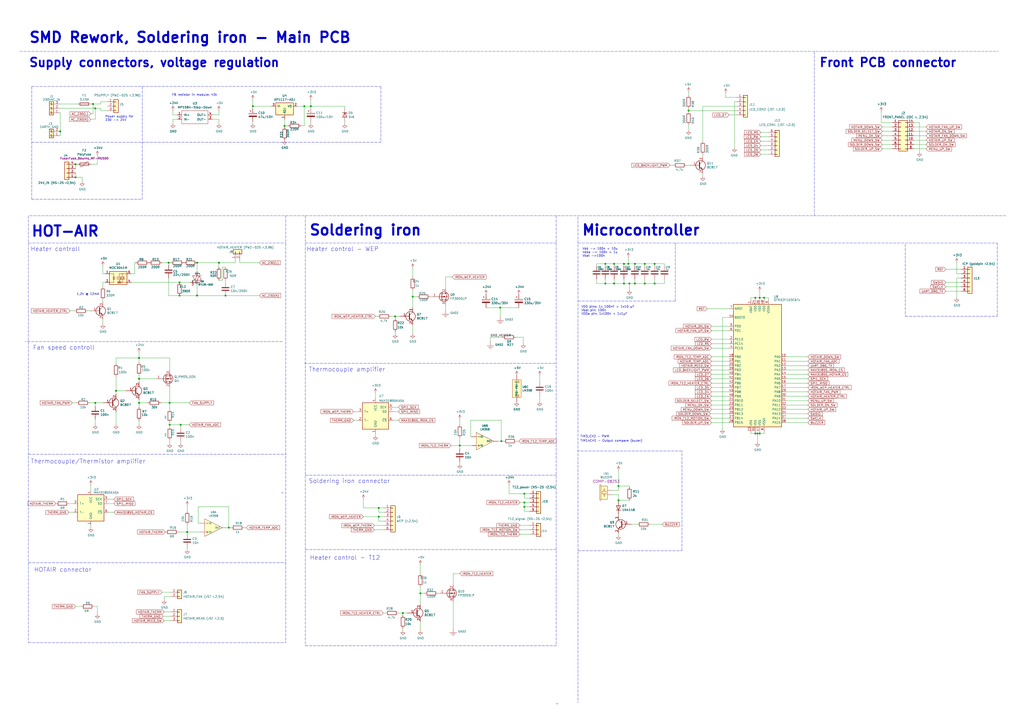
<source format=kicad_sch>
(kicad_sch (version 20211123) (generator eeschema)
  (paper "A2")
  (junction (at 358.775 290.195))
  (junction (at 180.34 61.595))
  (junction (at 43.815 95.25))
  (junction (at 379.73 164.465))
  (junction (at 104.14 171.45))
  (junction (at 440.69 251.46))
  (junction (at 351.155 164.465))
  (junction (at 146.685 61.595))
  (junction (at 439.42 251.46))
  (junction (at 80.645 207.645))
  (junction (at 243.84 344.17))
  (junction (at 176.53 61.595))
  (junction (at 67.31 226.695))
  (junction (at 304.165 286.385))
  (junction (at 290.83 255.905))
  (junction (at 127 152.4))
  (junction (at 379.73 153.035))
  (junction (at 229.235 183.515))
  (junction (at 368.3 153.035))
  (junction (at 239.395 172.085))
  (junction (at 104.775 246.38))
  (junction (at 368.3 164.465))
  (junction (at 114.3 171.45))
  (junction (at 358.775 281.94))
  (junction (at 130.81 171.45))
  (junction (at 443.23 172.72))
  (junction (at 364.49 153.035))
  (junction (at 361.95 153.035))
  (junction (at 438.15 251.46))
  (junction (at 356.235 153.035))
  (junction (at 98.425 246.38))
  (junction (at 374.015 164.465))
  (junction (at 108.585 308.61))
  (junction (at 438.15 172.72))
  (junction (at 34.925 76.2))
  (junction (at 440.69 172.72))
  (junction (at 399.415 64.135))
  (junction (at 374.015 153.035))
  (junction (at 219.71 299.72))
  (junction (at 43.815 102.87))
  (junction (at 266.7 258.445))
  (junction (at 114.3 152.4))
  (junction (at 219.71 294.64))
  (junction (at 165.1 73.025))
  (junction (at 80.645 233.68))
  (junction (at 55.245 233.68))
  (junction (at 97.79 152.4))
  (junction (at 233.68 355.6))
  (junction (at 104.14 163.83))
  (junction (at 53.975 60.325))
  (junction (at 132.715 306.07))
  (junction (at 365.125 164.465))
  (junction (at 356.235 164.465))
  (junction (at 361.95 164.465))
  (junction (at 304.165 291.465))
  (junction (at 290.195 178.435))
  (junction (at 304.165 294.005))
  (junction (at 55.245 62.865))
  (junction (at 351.155 153.035))
  (junction (at 80.645 219.71))
  (junction (at 98.425 233.68))
  (wire (pts (xy 52.705 95.25) (xy 56.515 95.25)))
  (wire (pts (xy 295.275 286.385) (xy 295.275 281.305)))
  (polyline (pts (xy 335.28 174.625) (xy 391.795 174.625)))
  (wire (pts (xy 239.395 172.085) (xy 239.395 178.435)))
  (wire (pts (xy 468.63 209.55) (xy 455.93 209.55)))
  (polyline (pts (xy 18.415 50.165) (xy 220.98 50.165)))
  (wire (pts (xy 97.79 171.45) (xy 97.79 161.29)))
  (wire (pts (xy 52.705 60.325) (xy 53.975 60.325)))
  (wire (pts (xy 439.42 256.54) (xy 439.42 251.46)))
  (wire (pts (xy 530.225 76.2) (xy 537.21 76.2)))
  (wire (pts (xy 104.14 171.45) (xy 97.79 171.45)))
  (wire (pts (xy 98.425 257.175) (xy 98.425 255.27)))
  (wire (pts (xy 422.91 245.11) (xy 412.75 245.11)))
  (wire (pts (xy 427.355 61.595) (xy 407.67 61.595)))
  (wire (pts (xy 517.525 78.74) (xy 511.81 78.74)))
  (wire (pts (xy 412.75 242.57) (xy 422.91 242.57)))
  (wire (pts (xy 266.7 243.205) (xy 266.7 246.38)))
  (wire (pts (xy 364.49 153.035) (xy 368.3 153.035)))
  (wire (pts (xy 59.69 163.83) (xy 59.69 166.37)))
  (wire (pts (xy 443.23 172.72) (xy 445.77 172.72)))
  (wire (pts (xy 180.34 61.595) (xy 200.025 61.595)))
  (wire (pts (xy 239.395 193.675) (xy 239.395 188.595)))
  (wire (pts (xy 468.63 217.17) (xy 455.93 217.17)))
  (wire (pts (xy 54.61 351.79) (xy 56.515 351.79)))
  (wire (pts (xy 219.71 294.64) (xy 222.885 294.64)))
  (wire (pts (xy 422.91 209.55) (xy 412.75 209.55)))
  (wire (pts (xy 210.82 294.64) (xy 219.71 294.64)))
  (wire (pts (xy 422.91 232.41) (xy 412.75 232.41)))
  (wire (pts (xy 59.69 163.83) (xy 60.96 163.83)))
  (wire (pts (xy 56.515 351.79) (xy 56.515 356.235)))
  (wire (pts (xy 468.63 245.11) (xy 455.93 245.11)))
  (wire (pts (xy 233.68 365.76) (xy 233.68 364.49)))
  (wire (pts (xy 304.165 288.925) (xy 304.165 286.385)))
  (wire (pts (xy 290.83 255.905) (xy 290.83 243.84)))
  (wire (pts (xy 217.805 252.73) (xy 217.805 251.46)))
  (wire (pts (xy 219.075 183.515) (xy 217.805 183.515)))
  (wire (pts (xy 468.63 214.63) (xy 455.93 214.63)))
  (wire (pts (xy 95.25 354.965) (xy 99.06 354.965)))
  (wire (pts (xy 80.645 207.645) (xy 98.425 207.645)))
  (polyline (pts (xy 163.83 198.12) (xy 14.605 198.12)))
  (wire (pts (xy 231.14 355.6) (xy 233.68 355.6)))
  (wire (pts (xy 412.75 217.17) (xy 422.91 217.17)))
  (wire (pts (xy 52.705 66.04) (xy 53.975 66.04)))
  (wire (pts (xy 537.21 73.66) (xy 530.225 73.66)))
  (wire (pts (xy 455.93 229.87) (xy 468.63 229.87)))
  (wire (pts (xy 132.715 306.07) (xy 133.985 306.07)))
  (wire (pts (xy 98.425 246.38) (xy 104.775 246.38)))
  (wire (pts (xy 533.4 71.12) (xy 533.4 88.265)))
  (wire (pts (xy 440.69 251.46) (xy 443.23 251.46)))
  (wire (pts (xy 222.885 307.34) (xy 217.17 307.34)))
  (wire (pts (xy 374.015 153.035) (xy 379.73 153.035)))
  (polyline (pts (xy 322.58 408.305) (xy 323.85 408.305)))
  (wire (pts (xy 354.965 287.02) (xy 358.775 287.02)))
  (wire (pts (xy 365.125 164.465) (xy 361.95 164.465)))
  (wire (pts (xy 98.425 237.49) (xy 98.425 233.68)))
  (polyline (pts (xy 16.51 140.97) (xy 165.735 140.97)))
  (wire (pts (xy 205.105 243.84) (xy 207.645 243.84)))
  (wire (pts (xy 114.935 294.005) (xy 132.715 294.005)))
  (wire (pts (xy 127 162.56) (xy 128.905 162.56)))
  (wire (pts (xy 53.975 66.04) (xy 53.975 60.325)))
  (wire (pts (xy 123.19 66.675) (xy 127 66.675)))
  (wire (pts (xy 50.8 180.34) (xy 52.07 180.34)))
  (wire (pts (xy 104.14 163.83) (xy 76.2 163.83)))
  (wire (pts (xy 468.63 227.33) (xy 455.93 227.33)))
  (wire (pts (xy 307.34 294.005) (xy 304.165 294.005)))
  (wire (pts (xy 60.96 158.75) (xy 59.69 158.75)))
  (wire (pts (xy 422.91 212.09) (xy 412.75 212.09)))
  (wire (pts (xy 304.165 296.545) (xy 304.165 294.005)))
  (wire (pts (xy 108.585 308.61) (xy 116.205 308.61)))
  (wire (pts (xy 407.67 102.235) (xy 407.67 100.965)))
  (wire (pts (xy 356.235 161.925) (xy 356.235 164.465)))
  (wire (pts (xy 131.445 306.07) (xy 132.715 306.07)))
  (wire (pts (xy 441.325 84.455) (xy 445.77 84.455)))
  (wire (pts (xy 223.52 355.6) (xy 222.25 355.6)))
  (polyline (pts (xy 395.605 261.62) (xy 335.28 261.62)))
  (wire (pts (xy 229.235 193.675) (xy 229.235 192.405)))
  (wire (pts (xy 346.075 153.035) (xy 351.155 153.035)))
  (wire (pts (xy 390.525 95.885) (xy 388.62 95.885)))
  (wire (pts (xy 422.91 66.675) (xy 427.355 66.675)))
  (wire (pts (xy 441.325 86.995) (xy 445.77 86.995)))
  (wire (pts (xy 139.065 151.13) (xy 139.065 152.4)))
  (wire (pts (xy 407.67 61.595) (xy 407.67 81.915)))
  (wire (pts (xy 385.445 164.465) (xy 379.73 164.465)))
  (wire (pts (xy 358.775 290.195) (xy 358.775 290.83)))
  (wire (pts (xy 440.69 168.91) (xy 440.69 172.72)))
  (wire (pts (xy 58.42 60.325) (xy 58.42 59.055)))
  (wire (pts (xy 364.49 149.225) (xy 364.49 153.035)))
  (wire (pts (xy 399.415 62.865) (xy 399.415 64.135)))
  (wire (pts (xy 365.125 168.275) (xy 365.125 164.465)))
  (wire (pts (xy 127 154.94) (xy 127 152.4)))
  (wire (pts (xy 180.34 61.595) (xy 180.34 57.785)))
  (wire (pts (xy 229.235 184.785) (xy 229.235 183.515)))
  (wire (pts (xy 41.91 233.68) (xy 44.45 233.68)))
  (polyline (pts (xy 472.44 29.845) (xy 472.44 125.095)))
  (wire (pts (xy 217.805 227.965) (xy 217.805 231.14)))
  (wire (pts (xy 351.155 154.305) (xy 351.155 153.035)))
  (polyline (pts (xy 177.165 125.095) (xy 177.165 374.65)))
  (wire (pts (xy 219.71 297.18) (xy 219.71 294.64)))
  (wire (pts (xy 55.245 243.205) (xy 55.245 246.38)))
  (wire (pts (xy 422.91 237.49) (xy 412.75 237.49)))
  (wire (pts (xy 351.155 161.925) (xy 351.155 164.465)))
  (wire (pts (xy 379.73 164.465) (xy 374.015 164.465)))
  (wire (pts (xy 307.34 296.545) (xy 304.165 296.545)))
  (polyline (pts (xy 395.605 319.405) (xy 395.605 261.62)))
  (wire (pts (xy 440.69 251.46) (xy 440.69 250.19)))
  (wire (pts (xy 379.73 161.925) (xy 379.73 164.465)))
  (wire (pts (xy 468.63 240.03) (xy 455.93 240.03)))
  (wire (pts (xy 374.015 154.305) (xy 374.015 153.035)))
  (wire (pts (xy 98.425 233.68) (xy 93.345 233.68)))
  (wire (pts (xy 273.05 243.84) (xy 273.05 253.365)))
  (wire (pts (xy 47.625 102.87) (xy 47.625 105.41)))
  (wire (pts (xy 304.165 291.465) (xy 307.34 291.465)))
  (polyline (pts (xy 335.28 140.97) (xy 578.485 140.97)))
  (wire (pts (xy 422.91 201.93) (xy 412.75 201.93)))
  (wire (pts (xy 441.325 89.535) (xy 445.77 89.535)))
  (wire (pts (xy 123.19 69.215) (xy 127 69.215)))
  (wire (pts (xy 114.3 165.1) (xy 114.3 171.45)))
  (wire (pts (xy 438.15 172.72) (xy 440.69 172.72)))
  (wire (pts (xy 114.3 171.45) (xy 130.81 171.45)))
  (wire (pts (xy 109.855 233.68) (xy 98.425 233.68)))
  (wire (pts (xy 127 66.675) (xy 127 64.135)))
  (polyline (pts (xy 17.145 125.095) (xy 583.565 125.095)))
  (wire (pts (xy 93.98 152.4) (xy 97.79 152.4)))
  (wire (pts (xy 95.25 346.075) (xy 99.06 346.075)))
  (wire (pts (xy 250.825 172.085) (xy 249.555 172.085)))
  (wire (pts (xy 78.105 158.75) (xy 76.2 158.75)))
  (polyline (pts (xy 335.28 319.405) (xy 395.605 319.405)))
  (wire (pts (xy 421.005 56.515) (xy 421.005 53.975)))
  (wire (pts (xy 43.815 102.87) (xy 43.815 100.33)))
  (wire (pts (xy 104.775 248.285) (xy 104.775 246.38)))
  (wire (pts (xy 132.715 306.07) (xy 132.715 294.005)))
  (wire (pts (xy 127 152.4) (xy 136.525 152.4)))
  (wire (pts (xy 441.325 76.835) (xy 445.77 76.835)))
  (wire (pts (xy 304.165 286.385) (xy 307.34 286.385)))
  (wire (pts (xy 290.83 255.905) (xy 292.1 255.905)))
  (wire (pts (xy 146.685 62.865) (xy 146.685 61.595)))
  (wire (pts (xy 67.31 238.76) (xy 67.31 246.38)))
  (wire (pts (xy 172.72 61.595) (xy 176.53 61.595)))
  (wire (pts (xy 52.705 281.305) (xy 52.705 284.48)))
  (wire (pts (xy 365.125 290.195) (xy 358.775 290.195)))
  (wire (pts (xy 346.075 164.465) (xy 351.155 164.465)))
  (wire (pts (xy 422.91 219.71) (xy 412.75 219.71)))
  (wire (pts (xy 351.155 153.035) (xy 356.235 153.035)))
  (wire (pts (xy 511.81 83.82) (xy 517.525 83.82)))
  (wire (pts (xy 468.63 219.71) (xy 455.93 219.71)))
  (wire (pts (xy 303.53 195.58) (xy 299.085 195.58)))
  (wire (pts (xy 427.355 59.055) (xy 426.085 59.055)))
  (wire (pts (xy 313.055 221.615) (xy 313.055 217.805)))
  (wire (pts (xy 59.69 187.96) (xy 59.69 185.42)))
  (wire (pts (xy 66.04 297.18) (xy 62.865 297.18)))
  (wire (pts (xy 229.235 183.515) (xy 231.775 183.515)))
  (wire (pts (xy 200.025 71.755) (xy 200.025 70.485)))
  (wire (pts (xy 80.645 207.645) (xy 80.645 210.185)))
  (wire (pts (xy 284.48 195.58) (xy 284.48 198.12)))
  (wire (pts (xy 241.935 172.085) (xy 239.395 172.085)))
  (wire (pts (xy 299.72 255.905) (xy 300.99 255.905)))
  (wire (pts (xy 43.815 102.87) (xy 47.625 102.87)))
  (wire (pts (xy 56.515 95.25) (xy 56.515 90.17)))
  (wire (pts (xy 55.245 62.865) (xy 58.42 62.865)))
  (wire (pts (xy 43.18 180.34) (xy 40.64 180.34)))
  (wire (pts (xy 67.31 218.44) (xy 67.31 226.695)))
  (wire (pts (xy 377.19 304.165) (xy 384.175 304.165)))
  (wire (pts (xy 102.87 69.215) (xy 100.33 69.215)))
  (wire (pts (xy 80.645 233.68) (xy 80.645 231.775)))
  (wire (pts (xy 207.645 238.76) (xy 205.105 238.76)))
  (wire (pts (xy 530.225 81.28) (xy 537.21 81.28)))
  (wire (pts (xy 358.775 299.085) (xy 358.775 298.45)))
  (wire (pts (xy 358.775 284.48) (xy 358.775 281.94)))
  (wire (pts (xy 262.89 332.74) (xy 266.7 332.74)))
  (wire (pts (xy 165.1 73.025) (xy 165.1 73.66)))
  (wire (pts (xy 385.445 153.035) (xy 385.445 154.305)))
  (wire (pts (xy 104.775 246.38) (xy 109.855 246.38)))
  (wire (pts (xy 400.05 95.885) (xy 398.145 95.885)))
  (polyline (pts (xy 16.51 372.745) (xy 165.735 372.745)))
  (wire (pts (xy 239.395 155.575) (xy 239.395 160.655)))
  (wire (pts (xy 422.91 240.03) (xy 412.115 240.03)))
  (wire (pts (xy 455.93 242.57) (xy 468.63 242.57)))
  (wire (pts (xy 210.82 299.72) (xy 219.71 299.72)))
  (wire (pts (xy 222.885 302.26) (xy 219.71 302.26)))
  (wire (pts (xy 354.965 284.48) (xy 358.775 284.48)))
  (wire (pts (xy 412.75 229.87) (xy 422.91 229.87)))
  (wire (pts (xy 295.275 286.385) (xy 304.165 286.385)))
  (wire (pts (xy 379.73 153.035) (xy 385.445 153.035)))
  (wire (pts (xy 114.935 303.53) (xy 114.935 294.005)))
  (wire (pts (xy 290.195 183.515) (xy 290.195 178.435)))
  (wire (pts (xy 438.15 172.72) (xy 435.61 172.72)))
  (wire (pts (xy 52.705 306.07) (xy 52.705 304.8)))
  (polyline (pts (xy 16.51 326.39) (xy 165.735 326.39)))
  (wire (pts (xy 94.615 357.505) (xy 99.06 357.505)))
  (wire (pts (xy 435.61 172.72) (xy 435.61 173.99)))
  (wire (pts (xy 422.91 191.77) (xy 412.75 191.77)))
  (wire (pts (xy 239.395 168.275) (xy 239.395 172.085)))
  (wire (pts (xy 258.445 167.005) (xy 258.445 160.655)))
  (wire (pts (xy 261.62 258.445) (xy 266.7 258.445)))
  (wire (pts (xy 361.95 153.035) (xy 361.95 154.305)))
  (wire (pts (xy 67.31 226.695) (xy 67.31 228.6)))
  (wire (pts (xy 59.69 173.99) (xy 59.69 175.26)))
  (wire (pts (xy 243.84 344.17) (xy 243.84 350.52)))
  (wire (pts (xy 358.775 281.94) (xy 358.775 273.05)))
  (wire (pts (xy 368.3 161.925) (xy 368.3 164.465)))
  (wire (pts (xy 266.7 258.445) (xy 266.7 260.35)))
  (wire (pts (xy 426.085 59.055) (xy 426.085 85.725)))
  (wire (pts (xy 511.81 73.66) (xy 517.525 73.66)))
  (wire (pts (xy 273.05 253.365) (xy 273.685 253.365)))
  (wire (pts (xy 517.525 76.2) (xy 511.81 76.2)))
  (wire (pts (xy 99.06 360.045) (xy 95.25 360.045)))
  (wire (pts (xy 407.67 90.805) (xy 407.67 89.535)))
  (wire (pts (xy 80.645 221.615) (xy 80.645 219.71)))
  (wire (pts (xy 356.235 153.035) (xy 361.95 153.035)))
  (wire (pts (xy 114.3 152.4) (xy 114.3 157.48)))
  (wire (pts (xy 455.93 237.49) (xy 468.63 237.49)))
  (polyline (pts (xy 18.415 50.165) (xy 18.415 115.57)))
  (wire (pts (xy 365.125 282.575) (xy 365.125 281.94)))
  (wire (pts (xy 73.025 226.695) (xy 67.31 226.695)))
  (wire (pts (xy 438.15 173.99) (xy 438.15 172.72)))
  (wire (pts (xy 146.685 71.755) (xy 146.685 70.485)))
  (wire (pts (xy 301.625 307.34) (xy 307.34 307.34)))
  (wire (pts (xy 361.95 153.035) (xy 364.49 153.035)))
  (polyline (pts (xy 177.165 318.77) (xy 322.58 318.77)))
  (wire (pts (xy 53.975 60.325) (xy 58.42 60.325)))
  (wire (pts (xy 290.195 178.435) (xy 300.99 178.435)))
  (polyline (pts (xy 18.415 115.57) (xy 82.55 115.57)))
  (wire (pts (xy 365.125 281.94) (xy 358.775 281.94)))
  (wire (pts (xy 78.105 152.4) (xy 78.105 158.75)))
  (wire (pts (xy 435.61 251.46) (xy 435.61 250.19)))
  (wire (pts (xy 243.84 365.76) (xy 243.84 360.68)))
  (wire (pts (xy 468.63 232.41) (xy 455.93 232.41)))
  (wire (pts (xy 399.415 64.135) (xy 399.415 64.77)))
  (wire (pts (xy 108.585 308.61) (xy 108.585 309.88)))
  (wire (pts (xy 98.425 224.79) (xy 98.425 233.68)))
  (wire (pts (xy 412.75 199.39) (xy 422.91 199.39)))
  (wire (pts (xy 90.805 219.71) (xy 80.645 219.71)))
  (polyline (pts (xy 165.735 125.095) (xy 165.735 372.745)))
  (wire (pts (xy 42.545 292.1) (xy 40.005 292.1)))
  (wire (pts (xy 78.74 152.4) (xy 78.105 152.4)))
  (wire (pts (xy 412.75 224.79) (xy 422.91 224.79)))
  (wire (pts (xy 157.48 61.595) (xy 146.685 61.595)))
  (wire (pts (xy 52.07 233.68) (xy 55.245 233.68)))
  (wire (pts (xy 34.925 62.865) (xy 55.245 62.865)))
  (wire (pts (xy 419.1 248.92) (xy 419.1 184.15)))
  (polyline (pts (xy 335.28 125.73) (xy 335.28 407.67)))
  (wire (pts (xy 146.685 61.595) (xy 146.685 57.785)))
  (wire (pts (xy 439.42 251.46) (xy 440.69 251.46)))
  (wire (pts (xy 233.68 356.87) (xy 233.68 355.6)))
  (wire (pts (xy 361.95 164.465) (xy 361.95 161.925)))
  (wire (pts (xy 346.075 161.925) (xy 346.075 164.465)))
  (wire (pts (xy 468.63 222.25) (xy 455.93 222.25)))
  (wire (pts (xy 180.34 71.755) (xy 180.34 70.485)))
  (wire (pts (xy 422.91 214.63) (xy 412.75 214.63)))
  (polyline (pts (xy 82.55 50.165) (xy 82.55 115.57)))
  (polyline (pts (xy 11.43 29.845) (xy 579.12 29.845)))
  (wire (pts (xy 441.325 81.915) (xy 445.77 81.915)))
  (wire (pts (xy 130.81 171.45) (xy 150.495 171.45)))
  (wire (pts (xy 43.815 97.79) (xy 43.815 95.25)))
  (wire (pts (xy 262.89 339.09) (xy 262.89 332.74)))
  (wire (pts (xy 537.21 78.74) (xy 530.225 78.74)))
  (wire (pts (xy 410.21 179.07) (xy 422.91 179.07)))
  (wire (pts (xy 80.645 204.47) (xy 80.645 207.645)))
  (wire (pts (xy 66.04 289.56) (xy 62.865 289.56)))
  (wire (pts (xy 100.33 69.215) (xy 100.33 71.755)))
  (wire (pts (xy 108.585 293.37) (xy 108.585 296.545)))
  (wire (pts (xy 379.73 154.305) (xy 379.73 153.035)))
  (wire (pts (xy 281.94 178.435) (xy 290.195 178.435)))
  (wire (pts (xy 313.055 233.045) (xy 313.055 229.235)))
  (wire (pts (xy 231.14 238.76) (xy 227.965 238.76)))
  (wire (pts (xy 99.06 152.4) (xy 97.79 152.4)))
  (wire (pts (xy 412.75 222.25) (xy 422.91 222.25)))
  (wire (pts (xy 98.425 245.11) (xy 98.425 246.38)))
  (wire (pts (xy 412.75 234.95) (xy 422.91 234.95)))
  (wire (pts (xy 59.69 158.75) (xy 59.69 154.305)))
  (wire (pts (xy 356.235 164.465) (xy 361.95 164.465)))
  (wire (pts (xy 103.505 308.61) (xy 108.585 308.61)))
  (wire (pts (xy 104.14 171.45) (xy 114.3 171.45)))
  (wire (pts (xy 80.645 219.71) (xy 80.645 217.805)))
  (wire (pts (xy 438.15 250.19) (xy 438.15 251.46)))
  (wire (pts (xy 548.64 166.37) (xy 557.53 166.37)))
  (wire (pts (xy 438.15 251.46) (xy 435.61 251.46)))
  (wire (pts (xy 548.64 156.21) (xy 557.53 156.21)))
  (wire (pts (xy 34.925 60.325) (xy 45.085 60.325)))
  (wire (pts (xy 52.705 69.215) (xy 55.245 69.215)))
  (wire (pts (xy 422.91 189.23) (xy 412.75 189.23)))
  (wire (pts (xy 368.3 154.305) (xy 368.3 153.035)))
  (wire (pts (xy 554.99 158.75) (xy 557.53 158.75)))
  (wire (pts (xy 443.23 251.46) (xy 443.23 250.19)))
  (wire (pts (xy 167.005 73.025) (xy 165.1 73.025)))
  (wire (pts (xy 34.925 65.405) (xy 34.925 76.2)))
  (wire (pts (xy 67.31 210.82) (xy 67.31 207.645)))
  (wire (pts (xy 98.425 207.645) (xy 98.425 214.63)))
  (wire (pts (xy 554.99 161.29) (xy 557.53 161.29)))
  (polyline (pts (xy 525.145 183.515) (xy 578.485 183.515)))
  (wire (pts (xy 67.31 207.645) (xy 80.645 207.645)))
  (wire (pts (xy 537.21 83.82) (xy 530.225 83.82)))
  (wire (pts (xy 301.625 291.465) (xy 304.165 291.465)))
  (wire (pts (xy 58.42 64.135) (xy 58.42 62.865)))
  (wire (pts (xy 441.325 79.375) (xy 445.77 79.375)))
  (wire (pts (xy 351.155 164.465) (xy 356.235 164.465)))
  (wire (pts (xy 219.71 299.72) (xy 222.885 299.72)))
  (polyline (pts (xy 177.165 275.59) (xy 322.58 275.59)))
  (wire (pts (xy 210.82 294.64) (xy 210.82 289.56)))
  (wire (pts (xy 369.57 304.165) (xy 366.395 304.165)))
  (wire (pts (xy 346.075 154.305) (xy 346.075 153.035)))
  (wire (pts (xy 127 69.215) (xy 127 71.755)))
  (wire (pts (xy 445.77 172.72) (xy 445.77 173.99)))
  (polyline (pts (xy 525.145 141.605) (xy 525.145 183.515)))
  (wire (pts (xy 530.225 86.36) (xy 537.21 86.36)))
  (polyline (pts (xy 176.53 210.82) (xy 322.58 210.82)))
  (wire (pts (xy 116.205 303.53) (xy 114.935 303.53)))
  (wire (pts (xy 45.085 95.25) (xy 43.815 95.25)))
  (wire (pts (xy 93.98 343.535) (xy 99.06 343.535)))
  (wire (pts (xy 468.63 224.79) (xy 455.93 224.79)))
  (wire (pts (xy 231.14 243.84) (xy 227.965 243.84)))
  (wire (pts (xy 176.53 61.595) (xy 180.34 61.595)))
  (wire (pts (xy 374.015 164.465) (xy 368.3 164.465)))
  (wire (pts (xy 59.69 233.68) (xy 55.245 233.68)))
  (wire (pts (xy 85.725 233.68) (xy 80.645 233.68)))
  (wire (pts (xy 368.3 153.035) (xy 374.015 153.035)))
  (wire (pts (xy 517.525 81.28) (xy 511.81 81.28)))
  (wire (pts (xy 385.445 161.925) (xy 385.445 164.465)))
  (wire (pts (xy 399.415 72.39) (xy 399.415 75.565)))
  (wire (pts (xy 307.34 288.925) (xy 304.165 288.925)))
  (wire (pts (xy 273.05 243.84) (xy 290.83 243.84)))
  (wire (pts (xy 66.04 292.1) (xy 62.865 292.1)))
  (wire (pts (xy 243.84 340.36) (xy 243.84 344.17)))
  (wire (pts (xy 40.005 297.18) (xy 42.545 297.18)))
  (wire (pts (xy 374.015 161.925) (xy 374.015 164.465)))
  (wire (pts (xy 443.23 172.72) (xy 443.23 173.99)))
  (wire (pts (xy 55.245 233.68) (xy 55.245 235.585)))
  (wire (pts (xy 80.645 246.38) (xy 80.645 243.84)))
  (polyline (pts (xy 391.795 174.625) (xy 391.795 140.97)))
  (wire (pts (xy 288.925 255.905) (xy 290.83 255.905)))
  (wire (pts (xy 258.445 160.655) (xy 262.255 160.655)))
  (wire (pts (xy 102.87 66.675) (xy 100.33 66.675)))
  (wire (pts (xy 34.925 78.74) (xy 34.925 76.2)))
  (wire (pts (xy 176.53 73.025) (xy 176.53 61.595)))
  (wire (pts (xy 130.81 163.83) (xy 130.81 162.56)))
  (wire (pts (xy 108.585 318.77) (xy 108.585 317.5)))
  (wire (pts (xy 165.1 69.215) (xy 165.1 73.025)))
  (wire (pts (xy 98.425 246.38) (xy 98.425 247.65)))
  (wire (pts (xy 517.525 71.12) (xy 511.175 71.12)))
  (wire (pts (xy 46.99 351.79) (xy 43.815 351.79)))
  (wire (pts (xy 108.585 304.165) (xy 108.585 308.61)))
  (wire (pts (xy 419.1 184.15) (xy 422.91 184.15)))
  (wire (pts (xy 304.165 294.005) (xy 304.165 291.465)))
  (wire (pts (xy 128.905 154.94) (xy 130.81 154.94)))
  (polyline (pts (xy 164.465 285.75) (xy 163.195 285.75)))
  (wire (pts (xy 468.63 234.95) (xy 455.93 234.95)))
  (polyline (pts (xy 16.51 125.095) (xy 16.51 372.745)))
  (wire (pts (xy 233.68 355.6) (xy 236.22 355.6)))
  (wire (pts (xy 368.3 164.465) (xy 365.125 164.465)))
  (wire (pts (xy 55.245 69.215) (xy 55.245 62.865)))
  (polyline (pts (xy 578.485 183.515) (xy 578.485 140.97)))
  (wire (pts (xy 468.63 207.01) (xy 455.93 207.01)))
  (wire (pts (xy 284.48 195.58) (xy 291.465 195.58)))
  (wire (pts (xy 174.625 73.025) (xy 176.53 73.025)))
  (wire (pts (xy 554.99 172.72) (xy 554.99 161.29)))
  (wire (pts (xy 422.91 196.85) (xy 412.75 196.85)))
  (wire (pts (xy 548.64 168.91) (xy 557.53 168.91)))
  (wire (pts (xy 358.775 287.02) (xy 358.775 290.195)))
  (wire (pts (xy 136.525 152.4) (xy 136.525 151.13)))
  (wire (pts (xy 114.3 152.4) (xy 127 152.4)))
  (wire (pts (xy 440.69 172.72) (xy 440.69 173.99)))
  (wire (pts (xy 246.38 344.17) (xy 243.84 344.17)))
  (wire (pts (xy 255.27 344.17) (xy 254 344.17)))
  (wire (pts (xy 95.25 347.98) (xy 95.25 346.075)))
  (wire (pts (xy 262.89 349.25) (xy 262.89 364.49)))
  (polyline (pts (xy 177.165 140.97) (xy 322.58 140.97)))
  (polyline (pts (xy 16.51 263.525) (xy 165.735 263.525)))
  (wire (pts (xy 243.84 327.66) (xy 243.84 332.74)))
  (wire (pts (xy 217.17 304.8) (xy 222.885 304.8)))
  (polyline (pts (xy 18.415 82.55) (xy 220.98 82.55)))
  (wire (pts (xy 548.64 163.83) (xy 557.53 163.83)))
  (wire (pts (xy 180.34 62.865) (xy 180.34 61.595)))
  (wire (pts (xy 356.235 154.305) (xy 356.235 153.035)))
  (wire (pts (xy 554.99 152.4) (xy 554.99 158.75)))
  (wire (pts (xy 517.525 86.36) (xy 511.81 86.36)))
  (wire (pts (xy 511.175 71.12) (xy 511.175 64.77)))
  (wire (pts (xy 266.7 269.24) (xy 266.7 267.97)))
  (polyline (pts (xy 177.165 374.65) (xy 322.58 374.65)))
  (wire (pts (xy 100.33 66.675) (xy 100.33 64.135)))
  (wire (pts (xy 422.91 227.33) (xy 412.75 227.33)))
  (wire (pts (xy 399.415 64.135) (xy 427.355 64.135)))
  (wire (pts (xy 141.605 306.07) (xy 142.875 306.07)))
  (wire (pts (xy 62.23 64.135) (xy 58.42 64.135)))
  (wire (pts (xy 104.775 257.175) (xy 104.775 255.905)))
  (wire (pts (xy 266.7 258.445) (xy 273.685 258.445)))
  (wire (pts (xy 438.15 251.46) (xy 439.42 251.46)))
  (wire (pts (xy 104.14 163.83) (xy 110.49 163.83)))
  (wire (pts (xy 266.7 254) (xy 266.7 258.445)))
  (wire (pts (xy 58.42 59.055) (xy 62.23 59.055)))
  (wire (pts (xy 226.695 183.515) (xy 229.235 183.515)))
  (wire (pts (xy 222.885 297.18) (xy 219.71 297.18)))
  (wire (pts (xy 258.445 179.705) (xy 258.445 177.165)))
  (wire (pts (xy 399.415 53.34) (xy 399.415 55.245)))
  (wire (pts (xy 455.93 212.09) (xy 468.63 212.09)))
  (wire (pts (xy 427.355 56.515) (xy 421.005 56.515)))
  (wire (pts (xy 301.625 304.8) (xy 307.34 304.8)))
  (wire (pts (xy 358.775 310.515) (xy 358.775 309.245)))
  (wire (pts (xy 219.71 302.26) (xy 219.71 299.72)))
  (wire (pts (xy 530.225 71.12) (xy 533.4 71.12)))
  (wire (pts (xy 301.625 309.88) (xy 307.34 309.88)))
  (wire (pts (xy 128.905 162.56) (xy 128.905 154.94)))
  (wire (pts (xy 97.79 152.4) (xy 97.79 153.67)))
  (wire (pts (xy 303.53 195.58) (xy 303.53 199.39)))
  (polyline (pts (xy 322.58 125.095) (xy 322.58 374.65)))
  (wire (pts (xy 440.69 172.72) (xy 443.23 172.72)))
  (polyline (pts (xy 220.98 50.165) (xy 220.98 82.55)))
  (wire (pts (xy 200.025 61.595) (xy 200.025 62.865)))
  (wire (pts (xy 231.14 236.22) (xy 227.965 236.22)))
  (wire (pts (xy 422.91 207.01) (xy 412.75 207.01)))
  (wire (pts (xy 139.065 152.4) (xy 150.495 152.4)))
  (wire (pts (xy 80.645 236.22) (xy 80.645 233.68)))
  (text "FB resistor in module: 43k" (at 99.695 55.88 0) (effects (font (size 1.27 1.27)) (justify left bottom)))
  (text "Heater control - T12" (at 179.705 325.12 0) (effects (font (size 2.4892 2.4892)) (justify left bottom)))
  (text "Heater controll" (at 17.78 146.05 0) (effects (font (size 2.4892 2.4892)) (justify left bottom)))
  (text "Front PCB connector" (at 474.98 39.37 0) (effects (font (size 5.0038 5.0038) (thickness 1.0008) bold) (justify left bottom)))
  (text "Soldering iron connector\n" (at 179.07 280.67 0) (effects (font (size 2.4892 2.4892)) (justify left bottom)))
  (text "SMD Rework, Soldering iron - Main PCB" (at 16.51 25.4 0) (effects (font (size 5.9944 5.9944) (thickness 1.1989) bold) (justify left bottom)))
  (text "Thermocouple amplifier" (at 179.07 215.9 0) (effects (font (size 2.4892 2.4892)) (justify left bottom)))
  (text "Supply connectors, voltage regulation" (at 16.51 39.37 0) (effects (font (size 5.0038 5.0038) (thickness 1.0008) bold) (justify left bottom)))
  (text "Fan speed controll" (at 19.05 203.2 0) (effects (font (size 2.4892 2.4892)) (justify left bottom)))
  (text "Microcontroller" (at 337.185 137.16 0) (effects (font (size 5.9944 5.9944) (thickness 1.1989) bold) (justify left bottom)))
  (text "Thermocouple/Thermistor amplifier" (at 17.78 269.24 0) (effects (font (size 2.4892 2.4892)) (justify left bottom)))
  (text "HOT-AIR" (at 17.78 137.795 0) (effects (font (size 5.9944 5.9944) (thickness 1.1989) bold) (justify left bottom)))
  (text "TIM14CH1 - Output compare (buzer)" (at 336.55 256.54 0) (effects (font (size 1.27 1.27)) (justify left bottom)))
  (text "Vdd -> 100n + 10u\nVdda -> 100n + 1u\nVbat ->100n" (at 337.82 149.225 0) (effects (font (size 1.27 1.27)) (justify left bottom)))
  (text "HOTAIR connector\n" (at 19.685 332.105 0) (effects (font (size 2.4892 2.4892)) (justify left bottom)))
  (text "TIM3_CH2 - PWM" (at 336.55 254 0) (effects (font (size 1.27 1.27)) (justify left bottom)))
  (text "1,2V @ 12mA" (at 44.45 171.45 0) (effects (font (size 1.27 1.27)) (justify left bottom)))
  (text "Power supply for\n230 -> 24V" (at 60.96 70.485 0) (effects (font (size 1.27 1.27)) (justify left bottom)))
  (text "Soldering iron" (at 179.07 137.16 0) (effects (font (size 5.9944 5.9944) (thickness 1.1989) bold) (justify left bottom)))
  (text "VDD pins: 1x 100nF + 1x10 µF\nVbat pin: 100n\nVDDa pin: 1x100n + 1x1µF" (at 337.185 182.88 0) (effects (font (size 1.27 1.27)) (justify left bottom)))
  (text "Heater control - WEP" (at 177.8 146.05 0) (effects (font (size 2.4892 2.4892)) (justify left bottom)))
  (label "GND_HEATER" (at 284.48 195.58 0))
  (global_label "LCD_EN" (shape input) (at 441.325 81.915 180) (property "Intersheet References" "${INTERSHEET_REFS}" (effects hide)))
  (global_label "AC_230(L)" (shape input) (at 150.495 152.4 0) (property "Intersheet References" "${INTERSHEET_REFS}" (effects hide)))
  (global_label "BUZZER" (shape input) (at 468.63 245.11 0) (property "Intersheet References" "${INTERSHEET_REFS}" (effects hide)))
  (global_label "IRON_T12_THERM" (shape input) (at 301.625 309.88 180) (property "Intersheet References" "${INTERSHEET_REFS}" (effects hide)))
  (global_label "LCD_D6" (shape input) (at 412.75 219.71 180) (property "Intersheet References" "${INTERSHEET_REFS}" (effects hide)))
  (global_label "SWCLK" (shape input) (at 468.63 242.57 0) (property "Intersheet References" "${INTERSHEET_REFS}" (effects hide)))
  (global_label "SPI1_SCK" (shape input) (at 468.63 219.71 0) (property "Intersheet References" "${INTERSHEET_REFS}" (effects hide)))
  (global_label "LCD_D4" (shape input) (at 441.325 84.455 180) (property "Intersheet References" "${INTERSHEET_REFS}" (effects hide)))
  (global_label "THERM_GND" (shape input) (at 217.17 307.34 180) (property "Intersheet References" "${INTERSHEET_REFS}" (effects hide)))
  (global_label "MENU_UP_SW" (shape input) (at 537.21 86.36 0) (property "Intersheet References" "${INTERSHEET_REFS}" (effects hide)))
  (global_label "LCD_BACKLIGHT_PWM" (shape input) (at 412.75 214.63 180) (property "Intersheet References" "${INTERSHEET_REFS}" (effects hide)))
  (global_label "MAX31855_HOTAIR_CS" (shape input) (at 468.63 217.17 0) (property "Intersheet References" "${INTERSHEET_REFS}" (effects hide)))
  (global_label "HOTAIR_THERM" (shape input) (at 32.385 292.1 180) (property "Intersheet References" "${INTERSHEET_REFS}" (effects hide)))
  (global_label "SOLDER_DOWN_SW" (shape input) (at 511.81 83.82 180) (property "Intersheet References" "${INTERSHEET_REFS}" (effects hide)))
  (global_label "THERM_GND" (shape input) (at 301.625 304.8 180) (property "Intersheet References" "${INTERSHEET_REFS}" (effects hide)))
  (global_label "SOLDER_ON_SW" (shape input) (at 537.21 83.82 0) (property "Intersheet References" "${INTERSHEET_REFS}" (effects hide)))
  (global_label "LCD_RS" (shape input) (at 441.325 76.835 180) (property "Intersheet References" "${INTERSHEET_REFS}" (effects hide)))
  (global_label "LCD_D5" (shape input) (at 441.325 86.995 180) (property "Intersheet References" "${INTERSHEET_REFS}" (effects hide)))
  (global_label "SOLDER_UP_SW" (shape input) (at 412.75 245.11 180) (property "Intersheet References" "${INTERSHEET_REFS}" (effects hide)))
  (global_label "SOLDER_SELECT_SW" (shape input) (at 511.81 76.2 180) (property "Intersheet References" "${INTERSHEET_REFS}" (effects hide)))
  (global_label "LCD_D6" (shape input) (at 441.325 89.535 180) (property "Intersheet References" "${INTERSHEET_REFS}" (effects hide)))
  (global_label "HOTAIR_THERM" (shape input) (at 95.885 308.61 180) (property "Intersheet References" "${INTERSHEET_REFS}" (effects hide)))
  (global_label "HOTAIR_FAN_DOWN_SW" (shape input) (at 537.21 78.74 0) (property "Intersheet References" "${INTERSHEET_REFS}" (effects hide)))
  (global_label "MAX31855_HOTAIR_CS" (shape input) (at 66.04 297.18 0) (property "Intersheet References" "${INTERSHEET_REFS}" (effects hide)))
  (global_label "HOTAIR_HEATER_CTRL" (shape input) (at 468.63 229.87 0) (property "Intersheet References" "${INTERSHEET_REFS}" (effects hide)))
  (global_label "MAX31855_IRON_CS" (shape input) (at 468.63 214.63 0) (property "Intersheet References" "${INTERSHEET_REFS}" (effects hide)))
  (global_label "LCD_D4" (shape input) (at 412.75 227.33 180) (property "Intersheet References" "${INTERSHEET_REFS}" (effects hide)))
  (global_label "FAN_SUPPLY" (shape input) (at 93.98 343.535 180) (property "Intersheet References" "${INTERSHEET_REFS}" (effects hide)))
  (global_label "HOTAIR_UP_SW" (shape input) (at 537.21 81.28 0) (property "Intersheet References" "${INTERSHEET_REFS}" (effects hide)))
  (global_label "HOTAIR_FAN_UP_SW" (shape input) (at 412.75 191.77 180) (property "Intersheet References" "${INTERSHEET_REFS}" (effects hide)))
  (global_label "HOTAIR_FAN_PWM" (shape input) (at 468.63 227.33 0) (property "Intersheet References" "${INTERSHEET_REFS}" (effects hide)))
  (global_label "SPI1_MISO" (shape input) (at 468.63 222.25 0) (property "Intersheet References" "${INTERSHEET_REFS}" (effects hide)))
  (global_label "IRON_WEP_HEATER" (shape input) (at 210.82 299.72 180) (property "Intersheet References" "${INTERSHEET_REFS}" (effects hide)))
  (global_label "LCD_D7" (shape input) (at 412.75 217.17 180) (property "Intersheet References" "${INTERSHEET_REFS}" (effects hide)))
  (global_label "LCD_RW" (shape input) (at 441.325 79.375 180) (property "Intersheet References" "${INTERSHEET_REFS}" (effects hide)))
  (global_label "MENU_UP_SW" (shape input) (at 468.63 232.41 0) (property "Intersheet References" "${INTERSHEET_REFS}" (effects hide)))
  (global_label "IRON_T12_MOTION_SW" (shape input) (at 412.75 242.57 180) (property "Intersheet References" "${INTERSHEET_REFS}" (effects hide)))
  (global_label "HOTAIR_UP_SW" (shape input) (at 468.63 237.49 0) (property "Intersheet References" "${INTERSHEET_REFS}" (effects hide)))
  (global_label "IRON_WEP_HEATER" (shape input) (at 262.255 160.655 0) (property "Intersheet References" "${INTERSHEET_REFS}" (effects hide)))
  (global_label "HOTAIR_DOWN_SW" (shape input) (at 468.63 207.01 0) (property "Intersheet References" "${INTERSHEET_REFS}" (effects hide)))
  (global_label "IRON_WEP_HEATER_CTRL" (shape input) (at 468.63 224.79 0) (property "Intersheet References" "${INTERSHEET_REFS}" (effects hide)))
  (global_label "IRON_T12_TEMP_ADC" (shape input) (at 300.99 255.905 0) (property "Intersheet References" "${INTERSHEET_REFS}" (effects hide)))
  (global_label "SWDIO" (shape input) (at 548.64 163.83 180) (property "Intersheet References" "${INTERSHEET_REFS}" (effects hide)))
  (global_label "LCD_EN" (shape input) (at 412.75 229.87 180) (property "Intersheet References" "${INTERSHEET_REFS}" (effects hide)))
  (global_label "IRON_T12_HEATER_CTRL" (shape input) (at 412.75 222.25 180) (property "Intersheet References" "${INTERSHEET_REFS}" (effects hide)))
  (global_label "SPI1_SCK" (shape input) (at 66.04 289.56 0) (property "Intersheet References" "${INTERSHEET_REFS}" (effects hide)))
  (global_label "SPI1_MISO" (shape input) (at 66.04 292.1 0) (property "Intersheet References" "${INTERSHEET_REFS}" (effects hide)))
  (global_label "IRON_WEP_HEATER_CTRL" (shape input) (at 217.805 183.515 180) (property "Intersheet References" "${INTERSHEET_REFS}" (effects hide)))
  (global_label "HOTAIR_FAN_DOWN_SW" (shape input) (at 412.75 201.93 180) (property "Intersheet References" "${INTERSHEET_REFS}" (effects hide)))
  (global_label "AC_230(N)" (shape input) (at 52.705 69.215 180) (property "Intersheet References" "${INTERSHEET_REFS}" (effects hide)))
  (global_label "LCD_D7" (shape input) (at 422.91 66.675 180) (property "Intersheet References" "${INTERSHEET_REFS}" (effects hide)))
  (global_label "SPI1_MISO" (shape input) (at 231.14 238.76 0) (property "Intersheet References" "${INTERSHEET_REFS}" (effects hide)))
  (global_label "AC_230(L)" (shape input) (at 52.705 66.04 180) (property "Intersheet References" "${INTERSHEET_REFS}" (effects hide)))
  (global_label "BUZZER" (shape input) (at 384.175 304.165 0) (property "Intersheet References" "${INTERSHEET_REFS}" (effects hide)))
  (global_label "SOLDER_DOWN_SW" (shape input) (at 412.115 240.03 180) (property "Intersheet References" "${INTERSHEET_REFS}" (effects hide)))
  (global_label "HOTAIR_FAN_UP_SW" (shape input) (at 537.21 73.66 0) (property "Intersheet References" "${INTERSHEET_REFS}" (effects hide)))
  (global_label "HOTAIR_ON_SW" (shape input) (at 412.75 189.23 180) (property "Intersheet References" "${INTERSHEET_REFS}" (effects hide)))
  (global_label "IRON_T12_THERM" (shape input) (at 261.62 258.445 180) (property "Intersheet References" "${INTERSHEET_REFS}" (effects hide)))
  (global_label "HOTAIR_HEATER_CTRL" (shape input) (at 40.64 180.34 180) (property "Intersheet References" "${INTERSHEET_REFS}" (effects hide)))
  (global_label "UART_DBG_TX" (shape input) (at 548.64 168.91 180) (property "Intersheet References" "${INTERSHEET_REFS}" (effects hide)))
  (global_label "HOTAIR_FAN_ADC" (shape input) (at 109.855 246.38 0) (property "Intersheet References" "${INTERSHEET_REFS}" (effects hide)))
  (global_label "IRON_T12_MOTION_SW" (shape input) (at 301.625 307.34 180) (property "Intersheet References" "${INTERSHEET_REFS}" (effects hide)))
  (global_label "LCD_RW" (shape input) (at 412.75 196.85 180) (property "Intersheet References" "${INTERSHEET_REFS}" (effects hide)))
  (global_label "IRON_T12_HEATER_CTRL" (shape input) (at 222.25 355.6 180) (property "Intersheet References" "${INTERSHEET_REFS}" (effects hide)))
  (global_label "SWCLK" (shape input) (at 548.64 166.37 180) (property "Intersheet References" "${INTERSHEET_REFS}" (effects hide)))
  (global_label "LCD_RS" (shape input) (at 412.75 199.39 180) (property "Intersheet References" "${INTERSHEET_REFS}" (effects hide)))
  (global_label "LCD_BACKLIGHT_PWM" (shape input) (at 388.62 95.885 180) (property "Intersheet References" "${INTERSHEET_REFS}" (effects hide)))
  (global_label "SOLDER_SELECT_SW" (shape input) (at 412.75 232.41 180) (property "Intersheet References" "${INTERSHEET_REFS}" (effects hide)))
  (global_label "IRON_WEP_THERM" (shape input) (at 217.17 304.8 180) (property "Intersheet References" "${INTERSHEET_REFS}" (effects hide)))
  (global_label "HOTAIR_REED_SW" (shape input) (at 412.75 212.09 180) (property "Intersheet References" "${INTERSHEET_REFS}" (effects hide)))
  (global_label "IRON_WEP_THERM" (shape input) (at 205.105 238.76 180) (property "Intersheet References" "${INTERSHEET_REFS}" (effects hide)))
  (global_label "IRON_T12_TEMP_ADC" (shape input) (at 412.75 207.01 180) (property "Intersheet References" "${INTERSHEET_REFS}" (effects hide)))
  (global_label "MENU_DOWN_SW" (shape input) (at 511.81 81.28 180) (property "Intersheet References" "${INTERSHEET_REFS}" (effects hide)))
  (global_label "HOTAIR_FAN_PWM" (shape input) (at 41.91 233.68 180) (property "Intersheet References" "${INTERSHEET_REFS}" (effects hide)))
  (global_label "MAX31855_IRON_CS" (shape input) (at 231.14 243.84 0) (property "Intersheet References" "${INTERSHEET_REFS}" (effects hide)))
  (global_label "AC_230(N)" (shape input) (at 150.495 171.45 0) (property "Intersheet References" "${INTERSHEET_REFS}" (effects hide)))
  (global_label "IRON_T12_MOTION_SW" (shape input) (at 264.795 469.265 180) (property "Intersheet References" "${INTERSHEET_REFS}" (effects hide)))
  (global_label "SPI1_SCK" (shape input) (at 231.14 236.22 0) (property "Intersheet References" "${INTERSHEET_REFS}" (effects hide)))
  (global_label "HOTAIR_FAN_ADC" (shape input) (at 468.63 209.55 0) (property "Intersheet References" "${INTERSHEET_REFS}" (effects hide)))
  (global_label "HOTAIR_DOWN_SW" (shape input) (at 511.81 73.66 180) (property "Intersheet References" "${INTERSHEET_REFS}" (effects hide)))
  (global_label "MENU_DOWN_SW" (shape input) (at 412.75 237.49 180) (property "Intersheet References" "${INTERSHEET_REFS}" (effects hide)))
  (global_label "HOTAIR_REED_SW" (shape input) (at 95.25 360.045 180) (property "Intersheet References" "${INTERSHEET_REFS}" (effects hide)))
  (global_label "FAN_SUPPLY" (shape input) (at 109.855 233.68 0) (property "Intersheet References" "${INTERSHEET_REFS}" (effects hide)))
  (global_label "RST" (shape input) (at 410.21 179.07 180) (property "Intersheet References" "${INTERSHEET_REFS}" (effects hide)))
  (global_label "LCD_D5" (shape input) (at 412.75 224.79 180) (property "Intersheet References" "${INTERSHEET_REFS}" (effects hide)))
  (global_label "HOTAIR_TEMP_ADC" (shape input) (at 142.875 306.07 0) (property "Intersheet References" "${INTERSHEET_REFS}" (effects hide)))
  (global_label "HOTAIR_THERM" (shape input) (at 95.25 354.965 180) (property "Intersheet References" "${INTERSHEET_REFS}" (effects hide)))
  (global_label "MENU_OK_SW" (shape input) (at 511.81 78.74 180) (property "Intersheet References" "${INTERSHEET_REFS}" (effects hide)))
  (global_label "IRON_T12_HEATER" (shape input) (at 301.625 291.465 180) (property "Intersheet References" "${INTERSHEET_REFS}" (effects hide)))
  (global_label "RST" (shape input) (at 548.64 156.21 180) (property "Intersheet References" "${INTERSHEET_REFS}" (effects hide)))
  (global_label "MENU_OK_SW" (shape input) (at 412.75 234.95 180) (property "Intersheet References" "${INTERSHEET_REFS}" (effects hide)))
  (global_label "HOTAIR_ON_SW" (shape input) (at 537.21 76.2 0) (property "Intersheet References" "${INTERSHEET_REFS}" (effects hide)))
  (global_label "THERM_GND" (shape input) (at 94.615 357.505 180) (property "Intersheet References" "${INTERSHEET_REFS}" (effects hide)))
  (global_label "SOLDER_UP_SW" (shape input) (at 511.81 86.36 180) (property "Intersheet References" "${INTERSHEET_REFS}" (effects hide)))
  (global_label "THERM_GND" (shape input) (at 205.105 243.84 180) (property "Intersheet References" "${INTERSHEET_REFS}" (effects hide)))
  (global_label "SOLDER_ON_SW" (shape input) (at 468.63 234.95 0) (property "Intersheet References" "${INTERSHEET_REFS}" (effects hide)))
  (global_label "THERM_GND" (shape input) (at 40.005 297.18 180) (property "Intersheet References" "${INTERSHEET_REFS}" (effects hide)))
  (global_label "IRON_T12_HEATER" (shape input) (at 266.7 332.74 0) (property "Intersheet References" "${INTERSHEET_REFS}" (effects hide)))
  (global_label "THERM_GND" (shape input) (at 43.815 351.79 180) (property "Intersheet References" "${INTERSHEET_REFS}" (effects hide)))
  (global_label "HOTAIR_TEMP_ADC" (shape input) (at 412.75 209.55 180) (property "Intersheet References" "${INTERSHEET_REFS}" (effects hide)))
  (global_label "SWDIO" (shape input) (at 468.63 240.03 0) (property "Intersheet References" "${INTERSHEET_REFS}" (effects hide)))
  (global_label "UART_DBG_TX" (shape input) (at 468.63 212.09 0) (property "Intersheet References" "${INTERSHEET_REFS}" (effects hide)))
  (symbol (lib_id "Device:R") (at 104.14 167.64 0) (unit 1)
    (property "Reference" "R12" (at 107.95 166.37 0) (effects (justify right)))
    (property "Value" "390R" (at 110.49 168.91 0) (effects (justify right)))
    (property "Footprint" "Resistors_ThroughHole:R_Axial_DIN0207_L6.3mm_D2.5mm_P10.16mm_Horizontal" (effects hide))
  )
  (symbol (lib_id "Device:C") (at 97.79 157.48 0) (unit 1)
    (property "Reference" "C5" (at 100.33 157.48 0) (effects (justify left)))
    (property "Value" "22n/250V" (at 100.33 159.385 0) (effects (justify left)))
    (property "Footprint" "Capacitor_THT:C_Rect_L13.0mm_W5.0mm_P10.00mm_FKS3_FKP3_MKS4" (effects hide))
  )
  (symbol (lib_id "Relay_SolidState:MOC3041M") (at 68.58 161.29 0) (unit 1)
    (property "Reference" "U1" (at 68.58 153.035 0))
    (property "Value" "MOC3041M" (at 68.58 155.3464 0))
    (property "Footprint" "Housings_DIP:DIP-6_W7.62mm_LongPads" (effects hide))
    (property "Datasheet" "http://www.fairchildsemi.com/ds/MO/MOC3031M.pdf" (effects hide))
  )
  (symbol (lib_id "Transistor_BJT:BC817") (at 57.15 180.34 0) (unit 1)
    (property "Reference" "Q1" (at 62.0014 179.1716 0) (effects (justify left)))
    (property "Value" "BC817" (at 62.0014 181.483 0) (effects (justify left)))
    (property "Footprint" "Package_TO_SOT_SMD:SOT-23" (effects hide))
    (property "Datasheet" "http://www.fairchildsemi.com/ds/BC/BC817.pdf" (effects hide))
  )
  (symbol (lib_id "power:GND") (at 59.69 187.96 0) (unit 1)
    (property "Reference" "#PWR0102" (effects hide))
    (property "Value" "GND" (at 59.817 192.3542 0))
  )
  (symbol (lib_id "Device:R") (at 59.69 170.18 180) (unit 1)
    (property "Reference" "R6" (at 61.468 169.0116 0) (effects (justify right)))
    (property "Value" "320R" (at 61.468 171.323 0) (effects (justify right)))
    (property "Footprint" "Capacitors:0805" (effects hide))
  )
  (symbol (lib_id "Device:R") (at 46.99 180.34 90) (unit 1)
    (property "Reference" "R3" (at 45.72 178.435 90) (effects (justify right)))
    (property "Value" "10k" (at 45.085 182.88 90) (effects (justify right)))
    (property "Footprint" "Capacitors:0805" (effects hide))
  )
  (symbol (lib_id "power:+24V") (at 56.515 90.17 0) (unit 1)
    (property "Reference" "#PWR0109" (effects hide))
    (property "Value" "+24V" (at 56.896 85.7758 0))
  )
  (symbol (lib_id "Triac_Thyristor:BT139-600") (at 114.3 161.29 0) (unit 1)
    (property "Reference" "Q6" (at 116.205 163.195 0) (effects (font (size 0.9906 0.9906)) (justify left)))
    (property "Value" "BT139-600" (at 114.935 165.1 0) (effects (font (size 0.9906 0.9906)) (justify left)))
    (property "Footprint" "My-Footprints:TO-220-3_Vertical" (effects hide))
    (property "Datasheet" "https://www.rapidonline.com/pdf/47-3240.pdf" (effects hide))
  )
  (symbol (lib_id "power:GND") (at 47.625 105.41 0) (unit 1)
    (property "Reference" "#PWR0110" (effects hide))
    (property "Value" "GND" (at 47.752 109.8042 0))
  )
  (symbol (lib_id "Connector_Generic:Conn_01x02") (at 136.525 146.05 90) (unit 1)
    (property "Reference" "J8" (at 132.715 146.05 90) (effects (justify right)))
    (property "Value" "HOTAIR_HEATER (PWZ-02S r.3,96)" (at 125.73 143.51 90) (effects (justify right)))
    (property "Footprint" "Connectors_Hirose:Hirose_DF63-2P-3.96DSA_02x3.96mm_Straight" (effects hide))
  )
  (symbol (lib_id "Device:C") (at 130.81 167.64 0) (unit 1)
    (property "Reference" "C7" (at 133.731 166.4716 0) (effects (justify left)))
    (property "Value" "10n/250V" (at 133.731 168.783 0) (effects (justify left)))
    (property "Footprint" "Capacitors_THT:C_Rect_L18.0mm_W5.0mm_P15.00mm_FKS3_FKP3" (effects hide))
  )
  (symbol (lib_id "Device:R") (at 137.795 306.07 90) (mirror x) (unit 1)
    (property "Reference" "R18" (at 136.525 303.53 90) (effects (justify right)))
    (property "Value" "1k" (at 136.525 308.61 90) (effects (justify right)))
    (property "Footprint" "Capacitors:0805" (effects hide))
  )
  (symbol (lib_id "power:GND") (at 303.53 199.39 0) (unit 1)
    (property "Reference" "#PWR0111" (effects hide))
    (property "Value" "GND" (at 303.657 203.7842 0))
  )
  (symbol (lib_id "Device:R") (at 295.275 195.58 90) (unit 1)
    (property "Reference" "R27" (at 294.005 200.025 90) (effects (justify right)))
    (property "Value" "0R" (at 294.005 198.12 90) (effects (justify right)))
    (property "Footprint" "Resistor_THT:R_Axial_DIN0204_L3.6mm_D1.6mm_P1.90mm_Vertical" (effects hide))
  )
  (symbol (lib_id "Connector_Generic:Conn_02x07_Counter_Clockwise") (at 522.605 78.74 0) (unit 1)
    (property "Reference" "J2" (at 523.875 65.6082 0))
    (property "Value" "FRONT_PANEL (IDC r. 2,54)" (at 525.145 67.945 0))
    (property "Footprint" "My-Footprints:Conn-01x14" (effects hide))
  )
  (symbol (lib_id "Device:Fuse") (at 48.895 60.325 270) (unit 1)
    (property "Reference" "F1" (at 48.895 55.3212 90))
    (property "Value" "3,15A" (at 48.895 57.6326 90))
    (property "Footprint" "Fuse_Holders_and_Fuses:Fuseholder5x20_horiz_SemiClosed_Casing10x25mm" (effects hide))
  )
  (symbol (lib_id "power:GND") (at 365.125 168.275 0) (unit 1)
    (property "Reference" "#PWR0142" (effects hide))
    (property "Value" "GND" (at 365.252 172.6692 0))
  )
  (symbol (lib_id "hotair-soldering-station-main-pcb-rescue:MP1584-Step-Down-My-Lib") (at 105.41 64.135 0) (unit 1)
    (property "Reference" "U3" (at 113.03 59.944 0))
    (property "Value" "MP1584-Step-Down" (at 113.03 62.2554 0))
    (property "Footprint" "My-Footprints:MP1584_Mini_3A_Step_Down_Conv" (effects hide))
  )
  (symbol (lib_id "power:+5V") (at 146.685 57.785 0) (unit 1)
    (property "Reference" "#PWR0132" (effects hide))
    (property "Value" "+5V" (at 147.066 53.3908 0))
  )
  (symbol (lib_id "power:+3.3V") (at 511.175 64.77 0) (unit 1)
    (property "Reference" "#PWR0115" (effects hide))
    (property "Value" "+3.3V" (at 511.556 60.3758 0))
  )
  (symbol (lib_id "Connector_Generic:Conn_01x02") (at 104.14 343.535 0) (unit 1)
    (property "Reference" "J6" (at 107.315 343.535 0))
    (property "Value" "HOTAIR_FAN (JST r,2,54)" (at 118.11 346.075 0))
    (property "Footprint" "Connectors_JST:JST_XH_B02B-XH-A_02x2.50mm_Straight" (effects hide))
  )
  (symbol (lib_id "power:+3.3V") (at 440.69 168.91 0) (unit 1)
    (property "Reference" "#PWR0124" (effects hide))
    (property "Value" "+3.3V" (at 441.071 164.5158 0))
  )
  (symbol (lib_id "Device:C") (at 313.055 225.425 0) (unit 1)
    (property "Reference" "C16" (at 315.976 224.2566 0) (effects (justify left)))
    (property "Value" "100n" (at 315.976 226.568 0) (effects (justify left)))
    (property "Footprint" "Capacitors:0805" (effects hide))
  )
  (symbol (lib_id "power:+5V") (at 313.055 217.805 0) (unit 1)
    (property "Reference" "#PWR0105" (effects hide))
    (property "Value" "+5V" (at 313.436 213.4108 0))
  )
  (symbol (lib_id "power:GND") (at 313.055 233.045 0) (unit 1)
    (property "Reference" "#PWR0106" (effects hide))
    (property "Value" "GND" (at 313.182 237.4392 0))
  )
  (symbol (lib_id "Device:CP") (at 281.94 174.625 0) (unit 1)
    (property "Reference" "C14" (at 284.9372 173.4566 0) (effects (justify left)))
    (property "Value" "330u/35V" (at 284.9372 175.768 0) (effects (justify left)))
    (property "Footprint" "Capacitors_ThroughHole:CP_Radial_D10.0mm_P5.00mm" (effects hide))
  )
  (symbol (lib_id "power:+24V") (at 210.82 289.56 0) (unit 1)
    (property "Reference" "#PWR0113" (effects hide))
    (property "Value" "+24V" (at 211.201 285.1658 0))
  )
  (symbol (lib_id "Connector_Generic:Conn_01x03") (at 104.14 357.505 0) (unit 1)
    (property "Reference" "J7" (at 106.172 356.4382 0) (effects (justify left)))
    (property "Value" "HOTAIR_MEAS (JST r.2,5)" (at 106.172 358.7496 0) (effects (justify left)))
    (property "Footprint" "Connectors_JST:JST_XH_B03B-XH-A_03x2.50mm_Straight" (effects hide))
  )
  (symbol (lib_id "power:GND") (at 439.42 256.54 0) (unit 1)
    (property "Reference" "#PWR0125" (effects hide))
    (property "Value" "GND" (at 439.547 260.9342 0))
  )
  (symbol (lib_id "power:+3.3V") (at 180.34 57.785 0) (unit 1)
    (property "Reference" "#PWR0133" (effects hide))
    (property "Value" "+3.3V" (at 180.721 53.3908 0))
  )
  (symbol (lib_id "Device:CP") (at 180.34 66.675 0) (unit 1)
    (property "Reference" "C11" (at 183.3372 65.5066 0) (effects (justify left)))
    (property "Value" "100u/10V" (at 183.3372 67.818 0) (effects (justify left)))
    (property "Footprint" "Capacitors_THT:CP_Radial_D5.0mm_P2.00mm" (effects hide))
  )
  (symbol (lib_id "Device:CP") (at 146.685 66.675 0) (unit 1)
    (property "Reference" "C10" (at 149.6822 65.5066 0) (effects (justify left)))
    (property "Value" "47u/10V" (at 149.6822 67.818 0) (effects (justify left)))
    (property "Footprint" "Capacitors_THT:CP_Radial_D5.0mm_P2.00mm" (effects hide))
  )
  (symbol (lib_id "power:GND") (at 146.685 71.755 0) (unit 1)
    (property "Reference" "#PWR0134" (effects hide))
    (property "Value" "GND" (at 146.812 76.1492 0))
  )
  (symbol (lib_id "power:GND") (at 180.34 71.755 0) (unit 1)
    (property "Reference" "#PWR0135" (effects hide))
    (property "Value" "GND" (at 180.467 76.1492 0))
  )
  (symbol (lib_id "power:+24V") (at 281.94 170.815 0) (unit 1)
    (property "Reference" "#PWR0114" (effects hide))
    (property "Value" "+24V" (at 282.321 166.4208 0))
  )
  (symbol (lib_id "Connector_Generic:Conn_01x06") (at 562.61 161.29 0) (unit 1)
    (property "Reference" "J13" (at 564.642 161.4932 0) (effects (justify left)))
    (property "Value" "ICP (goldpin r2,54)" (at 558.165 153.035 0) (effects (justify left)))
    (property "Footprint" "My-Footprints:Conn-01x06" (effects hide))
  )
  (symbol (lib_id "Device:Q_NMOS_GDS") (at 255.905 172.085 0) (unit 1)
    (property "Reference" "Q8" (at 261.0866 170.9166 0) (effects (justify left)))
    (property "Value" "FP3055LP" (at 261.0866 173.228 0) (effects (justify left)))
    (property "Footprint" "Package_TO_SOT_THT:TO-220-3_Vertical" (effects hide))
  )
  (symbol (lib_id "power:+5V") (at 239.395 155.575 0) (unit 1)
    (property "Reference" "#PWR0117" (effects hide))
    (property "Value" "+5V" (at 239.776 151.1808 0))
  )
  (symbol (lib_id "Transistor_BJT:BC817") (at 236.855 183.515 0) (unit 1)
    (property "Reference" "Q7" (at 241.7064 182.3466 0) (effects (justify left)))
    (property "Value" "BC817" (at 241.7064 184.658 0) (effects (justify left)))
    (property "Footprint" "Package_TO_SOT_SMD:SOT-23" (effects hide))
    (property "Datasheet" "http://www.fairchildsemi.com/ds/BC/BC817.pdf" (effects hide))
  )
  (symbol (lib_id "power:GND") (at 239.395 193.675 0) (unit 1)
    (property "Reference" "#PWR0118" (effects hide))
    (property "Value" "GND" (at 239.522 198.0692 0))
  )
  (symbol (lib_id "Device:R") (at 239.395 164.465 0) (unit 1)
    (property "Reference" "R24" (at 243.205 163.195 0) (effects (justify right)))
    (property "Value" "1k" (at 243.205 165.735 0) (effects (justify right)))
    (property "Footprint" "Capacitors:0805" (effects hide))
  )
  (symbol (lib_id "Device:R") (at 245.745 172.085 270) (unit 1)
    (property "Reference" "R25" (at 247.015 170.18 90) (effects (justify right)))
    (property "Value" "100R" (at 248.285 173.99 90) (effects (justify right)))
    (property "Footprint" "Capacitors:0805" (effects hide))
  )
  (symbol (lib_id "Device:R") (at 222.885 183.515 270) (unit 1)
    (property "Reference" "R20" (at 223.52 180.975 90) (effects (justify right)))
    (property "Value" "4,7k" (at 224.79 186.055 90) (effects (justify right)))
    (property "Footprint" "Capacitors:0805" (effects hide))
  )
  (symbol (lib_id "Device:R") (at 229.235 188.595 180) (unit 1)
    (property "Reference" "R22" (at 230.505 187.325 0) (effects (justify right)))
    (property "Value" "10k" (at 230.505 189.865 0) (effects (justify right)))
    (property "Footprint" "Capacitors:0805" (effects hide))
  )
  (symbol (lib_id "power:GND") (at 100.33 71.755 0) (unit 1)
    (property "Reference" "#PWR0136" (effects hide))
    (property "Value" "GND" (at 100.457 76.1492 0))
  )
  (symbol (lib_id "power:GND") (at 229.235 193.675 0) (unit 1)
    (property "Reference" "#PWR0119" (effects hide))
    (property "Value" "GND" (at 229.362 198.0692 0))
  )
  (symbol (lib_id "Connector_Generic:Conn_01x04") (at 38.735 100.33 180) (unit 1)
    (property "Reference" "J4" (at 38.1 90.17 0))
    (property "Value" "24V_IN (NS-25 r2,54)" (at 33.02 106.045 0))
    (property "Footprint" "My-Footprints:Conn-01x03-N25-W4P" (effects hide))
  )
  (symbol (lib_id "power:+24V") (at 100.33 64.135 0) (unit 1)
    (property "Reference" "#PWR0137" (effects hide))
    (property "Value" "+24V" (at 100.711 59.7408 0))
  )
  (symbol (lib_id "power:+5V") (at 127 64.135 0) (unit 1)
    (property "Reference" "#PWR0138" (effects hide))
    (property "Value" "+5V" (at 127.381 59.7408 0))
  )
  (symbol (lib_id "power:GND") (at 127 71.755 0) (unit 1)
    (property "Reference" "#PWR0139" (effects hide))
    (property "Value" "GND" (at 127.127 76.1492 0))
  )
  (symbol (lib_id "Connector:Screw_Terminal_01x02") (at 29.845 78.74 180) (unit 1)
    (property "Reference" "J3" (at 29.21 71.755 0))
    (property "Value" "EARTH_GND" (at 28.575 73.66 0))
    (property "Footprint" "My-Footprints:Screw-Terminal-5.00mm-2pin" (effects hide))
  )
  (symbol (lib_id "Connector:Screw_Terminal_01x03") (at 29.845 62.865 180) (unit 1)
    (property "Reference" "J1" (at 29.845 55.88 0))
    (property "Value" "230VAC_IN" (at 29.845 57.785 0))
    (property "Footprint" "My-Footprints:Screw-Terminal-5.00mm-3pin" (effects hide))
  )
  (symbol (lib_id "power:+3.3V") (at 554.99 152.4 0) (unit 1)
    (property "Reference" "#PWR0126" (effects hide))
    (property "Value" "+3.3V" (at 555.371 148.0058 0))
  )
  (symbol (lib_id "power:GND") (at 554.99 172.72 0) (unit 1)
    (property "Reference" "#PWR0127" (effects hide))
    (property "Value" "GND" (at 555.117 177.1142 0))
  )
  (symbol (lib_id "SparkFun-Electromechanical:BUZZER-PTH") (at 352.425 287.02 90) (unit 1)
    (property "Reference" "LS1" (at 351.663 274.701 90) (effects (font (size 1.143 1.143))))
    (property "Value" "BUZZER" (at 351.663 276.8346 90) (effects (font (size 1.143 1.143))))
    (property "Footprint" "My-Footprints:Buzzer" (effects hide))
    (property "Pole4" "COMP-08253" (at 351.663 279.2476 90) (effects (font (size 1.524 1.524))))
  )
  (symbol (lib_id "Transistor_BJT:BC817") (at 361.315 304.165 0) (mirror y) (unit 1)
    (property "Reference" "Q9" (at 356.4636 302.9966 0) (effects (justify left)))
    (property "Value" "BC817" (at 356.4636 305.308 0) (effects (justify left)))
    (property "Footprint" "Package_TO_SOT_SMD:SOT-23" (effects hide))
    (property "Datasheet" "http://www.fairchildsemi.com/ds/BC/BC817.pdf" (effects hide))
  )
  (symbol (lib_id "power:GND") (at 358.775 310.515 0) (unit 1)
    (property "Reference" "#PWR0146" (effects hide))
    (property "Value" "GND" (at 358.902 314.9092 0))
  )
  (symbol (lib_id "power:+5V") (at 358.775 273.05 0) (unit 1)
    (property "Reference" "#PWR0147" (effects hide))
    (property "Value" "+5V" (at 359.156 268.6558 0))
  )
  (symbol (lib_id "Connector_Generic:Conn_01x06") (at 227.965 299.72 0) (unit 1)
    (property "Reference" "J9" (at 229.997 299.9232 0) (effects (justify left)))
    (property "Value" "WEP (r.2,54)" (at 229.997 302.2346 0) (effects (justify left)))
    (property "Footprint" "My-Footprints:Conn-01x06-N25-W6P" (effects hide))
  )
  (symbol (lib_id "Device:R") (at 373.38 304.165 90) (mirror x) (unit 1)
    (property "Reference" "R31" (at 372.11 301.625 90) (effects (justify right)))
    (property "Value" "10k" (at 371.475 306.705 90) (effects (justify right)))
    (property "Footprint" "Capacitors:0805" (effects hide))
  )
  (symbol (lib_id "Connector_Generic:Conn_01x03") (at 67.31 61.595 0) (unit 1)
    (property "Reference" "J5" (at 69.342 60.5282 0) (effects (justify left)))
    (property "Value" "PSUPPLY (PWZ-02S r.3,96)" (at 54.61 55.245 0) (effects (justify left)))
    (property "Footprint" "Connectors_Hirose:Hirose_DF63-3P-3.96DSA_03x3.96mm_Straight" (effects hide))
  )
  (symbol (lib_id "Device:CP") (at 300.99 174.625 0) (unit 1)
    (property "Reference" "C15" (at 303.9872 173.4566 0) (effects (justify left)))
    (property "Value" "330u/35V" (at 303.9872 175.768 0) (effects (justify left)))
    (property "Footprint" "Capacitors_ThroughHole:CP_Radial_D10.0mm_P5.00mm" (effects hide))
  )
  (symbol (lib_id "power:+24V") (at 300.99 170.815 0) (unit 1)
    (property "Reference" "#PWR0148" (effects hide))
    (property "Value" "+24V" (at 301.371 166.4208 0))
  )
  (symbol (lib_id "Regulator_Linear:AP1117-ADJ") (at 165.1 61.595 0) (unit 1)
    (property "Reference" "U4" (at 165.1 55.4482 0))
    (property "Value" "AP1117-ADJ" (at 165.1 57.7596 0))
    (property "Footprint" "Package_TO_SOT_SMD:SOT-223-3_TabPin2" (effects hide))
    (property "Datasheet" "http://www.diodes.com/datasheets/AP1117.pdf" (effects hide))
  )
  (symbol (lib_id "Device:R") (at 165.1 77.47 0) (unit 1)
    (property "Reference" "R33" (at 163.195 76.2 90) (effects (justify right)))
    (property "Value" "360R" (at 167.005 74.93 90) (effects (justify right)))
    (property "Footprint" "Capacitors:0805" (effects hide))
  )
  (symbol (lib_id "Device:D_Zener") (at 200.025 66.675 270) (unit 1)
    (property "Reference" "D5" (at 202.0316 65.5066 90) (effects (justify left)))
    (property "Value" "3v6" (at 202.0316 67.818 90) (effects (justify left)))
    (property "Footprint" "Diode_THT:D_DO-41_SOD81_P10.16mm_Horizontal" (effects hide))
  )
  (symbol (lib_id "power:GND") (at 200.025 71.755 0) (unit 1)
    (property "Reference" "#PWR0150" (effects hide))
    (property "Value" "GND" (at 200.152 76.1492 0))
  )
  (symbol (lib_id "Device:R") (at 170.815 73.025 270) (unit 1)
    (property "Reference" "R34" (at 172.085 71.12 90) (effects (justify right)))
    (property "Value" "220R" (at 173.355 74.93 90) (effects (justify right)))
    (property "Footprint" "Capacitors:0805" (effects hide))
  )
  (symbol (lib_id "power:GND") (at 165.1 81.28 0) (unit 1)
    (property "Reference" "#PWR0131" (effects hide))
    (property "Value" "GND" (at 165.227 85.6742 0))
  )
  (symbol (lib_id "Device:R") (at 50.8 351.79 90) (unit 1)
    (property "Reference" "R9" (at 49.53 349.885 90) (effects (justify right)))
    (property "Value" "0R" (at 48.895 354.33 90) (effects (justify right)))
    (property "Footprint" "Capacitors:0805" (effects hide))
  )
  (symbol (lib_id "power:GND") (at 56.515 356.235 0) (unit 1)
    (property "Reference" "#PWR0112" (effects hide))
    (property "Value" "GND" (at 56.642 360.6292 0))
  )
  (symbol (lib_id "power:+5V") (at 59.69 154.305 0) (unit 1)
    (property "Reference" "#PWR0101" (effects hide))
    (property "Value" "+5V" (at 60.071 149.9108 0))
  )
  (symbol (lib_id "power:GND") (at 533.4 88.265 0) (unit 1)
    (property "Reference" "#PWR0159" (effects hide))
    (property "Value" "GND" (at 533.527 92.6592 0))
  )
  (symbol (lib_id "Device:R") (at 365.125 286.385 0) (mirror y) (unit 1)
    (property "Reference" "R11" (at 367.03 285.115 0) (effects (justify right)))
    (property "Value" "2k" (at 367.03 287.655 0) (effects (justify right)))
    (property "Footprint" "Capacitors:0805" (effects hide))
  )
  (symbol (lib_id "Device:D") (at 358.775 294.64 90) (unit 1)
    (property "Reference" "D7" (at 360.7816 293.4716 90) (effects (justify right)))
    (property "Value" "1N4148" (at 360.7816 295.783 90) (effects (justify right)))
    (property "Footprint" "Diodes_SMD:D_MiniMELF" (effects hide))
  )
  (symbol (lib_id "Device:R") (at 36.195 292.1 90) (mirror x) (unit 1)
    (property "Reference" "R1" (at 34.925 289.56 90) (effects (justify right)))
    (property "Value" "0R" (at 34.925 294.64 90) (effects (justify right)))
    (property "Footprint" "Capacitors:0805" (effects hide))
  )
  (symbol (lib_id "Device:R") (at 99.695 308.61 90) (mirror x) (unit 1)
    (property "Reference" "R16" (at 98.425 306.07 90) (effects (justify right)))
    (property "Value" "0R" (at 98.425 311.15 90) (effects (justify right)))
    (property "Footprint" "Capacitors:0805" (effects hide))
  )
  (symbol (lib_id "power:+24V") (at 295.275 281.305 0) (unit 1)
    (property "Reference" "#PWR0107" (effects hide))
    (property "Value" "+24V" (at 295.656 276.9108 0))
  )
  (symbol (lib_id "Sensor_Temperature:MAX31855KASA") (at 217.805 241.3 0) (unit 1)
    (property "Reference" "U7" (at 219.8244 229.7135 0) (effects (justify left)))
    (property "Value" "MAX31855KASA" (at 219.8244 232.4886 0) (effects (justify left)))
    (property "Footprint" "Package_SO:SOIC-8_3.9x4.9mm_P1.27mm" (effects hide))
    (property "Datasheet" "http://datasheets.maximintegrated.com/en/ds/MAX31855.pdf" (effects hide))
  )
  (symbol (lib_id "power:GND") (at 217.805 252.73 0) (unit 1)
    (property "Reference" "#PWR0108" (effects hide))
    (property "Value" "GND" (at 217.932 257.1242 0))
  )
  (symbol (lib_id "power:+3.3V") (at 217.805 227.965 0) (unit 1)
    (property "Reference" "#PWR0120" (effects hide))
    (property "Value" "+3.3V" (at 218.186 223.5708 0))
  )
  (symbol (lib_id "Device:C") (at 104.775 252.095 0) (unit 1)
    (property "Reference" "C2" (at 107.696 250.9266 0) (effects (justify left)))
    (property "Value" "100n" (at 107.696 253.238 0) (effects (justify left)))
    (property "Footprint" "Capacitors:0805" (effects hide))
  )
  (symbol (lib_id "power:GND") (at 104.775 257.175 0) (unit 1)
    (property "Reference" "#PWR0155" (effects hide))
    (property "Value" "GND" (at 104.902 261.5692 0))
  )
  (symbol (lib_id "hotair-soldering-station-main-pcb-rescue:GND2-SparkFun-PowerSymbols") (at 262.89 364.49 0) (unit 1)
    (property "Reference" "#GND_HEATER0104" (effects hide))
    (property "Value" "GND2" (at 265.6332 366.3188 0) (effects (font (size 1.143 1.143)) (justify left)))
    (property "Footprint" "XXX-00000" (effects hide))
  )
  (symbol (lib_id "Device:C") (at 55.245 239.395 0) (unit 1)
    (property "Reference" "C1" (at 58.166 238.2266 0) (effects (justify left)))
    (property "Value" "100n" (at 58.166 240.538 0) (effects (justify left)))
    (property "Footprint" "Capacitors:0805" (effects hide))
  )
  (symbol (lib_id "power:GND") (at 55.245 246.38 0) (unit 1)
    (property "Reference" "#PWR0121" (effects hide))
    (property "Value" "GND" (at 55.372 250.7742 0))
  )
  (symbol (lib_id "Transistor_BJT:BC807") (at 64.77 233.68 0) (mirror x) (unit 1)
    (property "Reference" "Q2" (at 69.6214 232.5116 0) (effects (justify left)))
    (property "Value" "BC807" (at 69.6214 234.823 0) (effects (justify left)))
    (property "Footprint" "Package_TO_SOT_SMD:SOT-23" (effects hide))
    (property "Datasheet" "http://www.fairchildsemi.com/ds/BC/BC807.pdf" (effects hide))
  )
  (symbol (lib_id "power:GND") (at 67.31 246.38 0) (unit 1)
    (property "Reference" "#PWR0122" (effects hide))
    (property "Value" "GND" (at 67.437 250.7742 0))
  )
  (symbol (lib_id "Device:R") (at 67.31 214.63 0) (unit 1)
    (property "Reference" "R4" (at 71.12 213.36 0) (effects (justify right)))
    (property "Value" "100k" (at 73.66 215.9 0) (effects (justify right)))
    (property "Footprint" "Capacitors:0805" (effects hide))
  )
  (symbol (lib_id "Sensor_Temperature:MAX31855KASA") (at 52.705 294.64 0) (unit 1)
    (property "Reference" "U2" (at 55.88 283.845 0))
    (property "Value" "MAX31855KASA" (at 61.595 285.75 0))
    (property "Footprint" "Package_SO:SOIC-8_3.9x4.9mm_P1.27mm" (effects hide))
    (property "Datasheet" "http://datasheets.maximintegrated.com/en/ds/MAX31855.pdf" (effects hide))
  )
  (symbol (lib_id "power:GND") (at 52.705 306.07 0) (unit 1)
    (property "Reference" "#PWR0140" (effects hide))
    (property "Value" "GND" (at 52.832 310.4642 0))
  )
  (symbol (lib_id "Transistor_BJT:BC817") (at 78.105 226.695 0) (unit 1)
    (property "Reference" "Q3" (at 82.9564 225.5266 0) (effects (justify left)))
    (property "Value" "BC817" (at 82.9564 227.838 0) (effects (justify left)))
    (property "Footprint" "Package_TO_SOT_SMD:SOT-23" (effects hide))
    (property "Datasheet" "http://www.fairchildsemi.com/ds/BC/BC817.pdf" (effects hide))
  )
  (symbol (lib_id "Device:R") (at 80.645 240.03 0) (unit 1)
    (property "Reference" "R7" (at 85.09 238.76 0) (effects (justify right)))
    (property "Value" "10k" (at 85.725 240.665 0) (effects (justify right)))
    (property "Footprint" "Capacitors:0805" (effects hide))
  )
  (symbol (lib_id "power:GND") (at 80.645 246.38 0) (unit 1)
    (property "Reference" "#PWR0123" (effects hide))
    (property "Value" "GND" (at 80.772 250.7742 0))
  )
  (symbol (lib_id "Device:R") (at 108.585 300.355 0) (mirror y) (unit 1)
    (property "Reference" "R19" (at 111.125 299.085 90) (effects (justify right)))
    (property "Value" "10k" (at 106.045 299.085 90) (effects (justify right)))
    (property "Footprint" "Capacitors:0805" (effects hide))
  )
  (symbol (lib_id "power:+3.3V") (at 52.705 281.305 0) (unit 1)
    (property "Reference" "#PWR0130" (effects hide))
    (property "Value" "+3.3V" (at 53.086 276.9108 0))
  )
  (symbol (lib_id "power:+3.3V") (at 108.585 293.37 0) (unit 1)
    (property "Reference" "#PWR0103" (effects hide))
    (property "Value" "+3.3V" (at 108.966 288.9758 0))
  )
  (symbol (lib_id "Device:R") (at 80.645 213.995 0) (unit 1)
    (property "Reference" "R5" (at 84.455 212.725 0) (effects (justify right)))
    (property "Value" "100k" (at 86.995 214.63 0) (effects (justify right)))
    (property "Footprint" "Capacitors:0805" (effects hide))
  )
  (symbol (lib_id "Device:R") (at 89.535 233.68 270) (unit 1)
    (property "Reference" "R10" (at 90.805 231.775 90) (effects (justify right)))
    (property "Value" "30k" (at 91.44 236.22 90) (effects (justify right)))
    (property "Footprint" "Capacitors:0805" (effects hide))
  )
  (symbol (lib_id "Device:R") (at 48.26 233.68 90) (unit 1)
    (property "Reference" "R2" (at 46.99 231.775 90) (effects (justify right)))
    (property "Value" "10k" (at 46.355 236.22 90) (effects (justify right)))
    (property "Footprint" "Capacitors:0805" (effects hide))
  )
  (symbol (lib_id "Device:R") (at 90.17 152.4 90) (unit 1)
    (property "Reference" "R13" (at 88.265 150.495 90) (effects (justify right)))
    (property "Value" "200R" (at 87.63 154.94 90) (effects (justify right)))
    (property "Footprint" "Resistors_ThroughHole:R_Axial_DIN0207_L6.3mm_D2.5mm_P10.16mm_Horizontal" (effects hide))
  )
  (symbol (lib_id "Device:R") (at 110.49 152.4 270) (unit 1)
    (property "Reference" "R21" (at 111.76 150.495 90) (effects (justify right)))
    (property "Value" "200R" (at 113.03 154.305 90) (effects (justify right)))
    (property "Footprint" "Resistors_ThroughHole:R_Axial_DIN0207_L6.3mm_D2.5mm_P10.16mm_Horizontal" (effects hide))
  )
  (symbol (lib_id "Device:R") (at 102.87 152.4 270) (unit 1)
    (property "Reference" "R17" (at 104.14 150.495 90) (effects (justify right)))
    (property "Value" "200R" (at 105.41 154.305 90) (effects (justify right)))
    (property "Footprint" "Resistors_ThroughHole:R_Axial_DIN0207_L6.3mm_D2.5mm_P10.16mm_Horizontal" (effects hide))
  )
  (symbol (lib_id "Device:R") (at 295.91 255.905 90) (mirror x) (unit 1)
    (property "Reference" "R36" (at 294.64 253.365 90) (effects (justify right)))
    (property "Value" "1k" (at 294.64 258.445 90) (effects (justify right)))
    (property "Footprint" "Capacitors:0805" (effects hide))
  )
  (symbol (lib_id "Device:R") (at 266.7 250.19 0) (mirror y) (unit 1)
    (property "Reference" "R35" (at 269.24 248.92 90) (effects (justify right)))
    (property "Value" "10k" (at 264.16 248.92 90) (effects (justify right)))
    (property "Footprint" "Capacitors:0805" (effects hide))
  )
  (symbol (lib_id "power:+3.3V") (at 266.7 243.205 0) (unit 1)
    (property "Reference" "#PWR0104" (effects hide))
    (property "Value" "+3.3V" (at 267.081 238.8108 0))
  )
  (symbol (lib_id "Device:R") (at 82.55 152.4 90) (unit 1)
    (property "Reference" "R8" (at 80.645 150.495 90) (effects (justify right)))
    (property "Value" "200R" (at 80.01 154.94 90) (effects (justify right)))
    (property "Footprint" "Resistors_ThroughHole:R_Axial_DIN0207_L6.3mm_D2.5mm_P10.16mm_Horizontal" (effects hide))
  )
  (symbol (lib_id "Device:R") (at 98.425 241.3 180) (unit 1)
    (property "Reference" "R14" (at 100.33 242.57 90) (effects (justify right)))
    (property "Value" "xx" (at 95.885 243.205 90) (effects (justify right)))
    (property "Footprint" "Capacitors:0805" (effects hide))
  )
  (symbol (lib_id "Device:R") (at 98.425 251.46 180) (unit 1)
    (property "Reference" "R15" (at 100.33 252.73 90) (effects (justify right)))
    (property "Value" "xx" (at 95.885 253.365 90) (effects (justify right)))
    (property "Footprint" "Capacitors:0805" (effects hide))
  )
  (symbol (lib_id "Device:Q_PMOS_GDS") (at 95.885 219.71 0) (mirror x) (unit 1)
    (property "Reference" "Q4" (at 101.092 220.8784 0) (effects (justify left)))
    (property "Value" "Q_PMOS_GDS" (at 101.092 218.567 0) (effects (justify left)))
    (property "Footprint" "Power_Integrations:TO-220" (effects hide))
  )
  (symbol (lib_id "Device:R") (at 130.81 158.75 0) (unit 1)
    (property "Reference" "R26" (at 134.62 157.48 0) (effects (justify right)))
    (property "Value" "50R" (at 137.16 160.02 0) (effects (justify right)))
    (property "Footprint" "Resistors_ThroughHole:R_Axial_DIN0207_L6.3mm_D2.5mm_P10.16mm_Horizontal" (effects hide))
  )
  (symbol (lib_id "Device:R") (at 127 158.75 0) (unit 1)
    (property "Reference" "R23" (at 125.73 158.115 0) (effects (justify right)))
    (property "Value" "50R" (at 125.73 160.02 0) (effects (justify right)))
    (property "Footprint" "Resistors_ThroughHole:R_Axial_DIN0207_L6.3mm_D2.5mm_P10.16mm_Horizontal" (effects hide))
  )
  (symbol (lib_id "power:GND") (at 98.425 257.175 0) (unit 1)
    (property "Reference" "#PWR0128" (effects hide))
    (property "Value" "GND" (at 98.552 261.5692 0))
  )
  (symbol (lib_id "Device:Polyfuse") (at 48.895 95.25 270) (unit 1)
    (property "Reference" "F2" (at 48.895 87.249 90))
    (property "Value" "Polyfuse" (at 48.895 89.5604 90))
    (property "Footprint" "Fuse:Fuse_Bourns_MF-RG500" (at 48.895 91.8718 90))
  )
  (symbol (lib_id "power:+24V") (at 80.645 204.47 0) (unit 1)
    (property "Reference" "#PWR0129" (effects hide))
    (property "Value" "+24V" (at 81.026 200.0758 0))
  )
  (symbol (lib_id "power:GND") (at 233.68 365.76 0) (unit 1)
    (property "Reference" "#PWR0141" (effects hide))
    (property "Value" "GND" (at 233.807 370.1542 0))
  )
  (symbol (lib_id "Device:R") (at 233.68 360.68 180) (unit 1)
    (property "Reference" "R29" (at 234.95 359.41 0) (effects (justify right)))
    (property "Value" "10k" (at 234.95 361.95 0) (effects (justify right)))
    (property "Footprint" "Capacitors:0805" (effects hide))
  )
  (symbol (lib_id "Device:R") (at 227.33 355.6 270) (unit 1)
    (property "Reference" "R28" (at 227.965 353.06 90) (effects (justify right)))
    (property "Value" "4,7k" (at 229.235 358.14 90) (effects (justify right)))
    (property "Footprint" "Capacitors:0805" (effects hide))
  )
  (symbol (lib_id "Device:R") (at 250.19 344.17 270) (unit 1)
    (property "Reference" "R32" (at 251.46 342.265 90) (effects (justify right)))
    (property "Value" "100R" (at 252.73 346.075 90) (effects (justify right)))
    (property "Footprint" "Capacitors:0805" (effects hide))
  )
  (symbol (lib_id "Device:R") (at 243.84 336.55 0) (unit 1)
    (property "Reference" "R30" (at 247.65 335.28 0) (effects (justify right)))
    (property "Value" "1k" (at 247.65 337.82 0) (effects (justify right)))
    (property "Footprint" "Capacitors:0805" (effects hide))
  )
  (symbol (lib_id "power:GND") (at 243.84 365.76 0) (unit 1)
    (property "Reference" "#PWR0144" (effects hide))
    (property "Value" "GND" (at 243.967 370.1542 0))
  )
  (symbol (lib_id "Transistor_BJT:BC817") (at 241.3 355.6 0) (unit 1)
    (property "Reference" "Q5" (at 246.1514 354.4316 0) (effects (justify left)))
    (property "Value" "BC817" (at 246.1514 356.743 0) (effects (justify left)))
    (property "Footprint" "Package_TO_SOT_SMD:SOT-23" (effects hide))
    (property "Datasheet" "http://www.fairchildsemi.com/ds/BC/BC817.pdf" (effects hide))
  )
  (symbol (lib_id "power:+5V") (at 243.84 327.66 0) (unit 1)
    (property "Reference" "#PWR0145" (effects hide))
    (property "Value" "+5V" (at 244.221 323.2658 0))
  )
  (symbol (lib_id "Device:Q_NMOS_GDS") (at 260.35 344.17 0) (unit 1)
    (property "Reference" "Q10" (at 265.5316 343.0016 0) (effects (justify left)))
    (property "Value" "FP3055LP" (at 265.5316 345.313 0) (effects (justify left)))
    (property "Footprint" "Package_TO_SOT_THT:TO-220-3_Vertical" (effects hide))
  )
  (symbol (lib_id "Device:C") (at 266.7 264.16 0) (unit 1)
    (property "Reference" "C4" (at 269.621 262.9916 0) (effects (justify left)))
    (property "Value" "10n" (at 269.621 265.303 0) (effects (justify left)))
    (property "Footprint" "Capacitors:0805" (effects hide))
  )
  (symbol (lib_id "power:GND") (at 266.7 269.24 0) (unit 1)
    (property "Reference" "#PWR0149" (effects hide))
    (property "Value" "GND" (at 266.827 273.6342 0))
  )
  (symbol (lib_id "Device:C") (at 108.585 313.69 0) (unit 1)
    (property "Reference" "C3" (at 111.506 312.5216 0) (effects (justify left)))
    (property "Value" "10n" (at 111.506 314.833 0) (effects (justify left)))
    (property "Footprint" "Capacitors:0805" (effects hide))
  )
  (symbol (lib_id "power:GND") (at 108.585 318.77 0) (unit 1)
    (property "Reference" "#PWR0151" (effects hide))
    (property "Value" "GND" (at 108.712 323.1642 0))
  )
  (symbol (lib_id "SparkFun-IC-Amplifiers:LM358") (at 123.825 306.07 0) (unit 1)
    (property "Reference" "U6" (at 123.825 297.0784 0) (effects (font (size 1.143 1.143))))
    (property "Value" "LM358" (at 123.825 299.212 0) (effects (font (size 1.143 1.143))))
    (property "Footprint" "Package_SO:SO-8_3.9x4.9mm_P1.27mm" (effects hide))
    (property "Pole4" "IC-09172" (effects hide))
  )
  (symbol (lib_id "SparkFun-IC-Amplifiers:LM358") (at 281.305 255.905 0) (unit 2)
    (property "Reference" "U6" (at 281.305 246.9134 0) (effects (font (size 1.143 1.143))))
    (property "Value" "LM358" (at 281.305 249.047 0) (effects (font (size 1.143 1.143))))
    (property "Footprint" "Package_SO:SO-8_3.9x4.9mm_P1.27mm" (effects hide))
    (property "Pole4" "IC-09172" (effects hide))
  )
  (symbol (lib_id "SparkFun-IC-Amplifiers:LM358") (at 299.72 225.425 0) (unit 3)
    (property "Reference" "U6" (at 302.9712 224.3582 0) (effects (font (size 1.143 1.143)) (justify left)))
    (property "Value" "LM358" (at 302.9712 226.4918 0) (effects (font (size 1.143 1.143)) (justify left)))
    (property "Footprint" "Package_SO:SO-8_3.9x4.9mm_P1.27mm" (effects hide))
    (property "Pole4" "IC-09172" (effects hide))
  )
  (symbol (lib_id "power:GND") (at 299.72 233.045 0) (unit 1)
    (property "Reference" "#PWR0152" (effects hide))
    (property "Value" "GND" (at 299.847 237.4392 0))
  )
  (symbol (lib_id "power:+5V") (at 299.72 217.805 0) (unit 1)
    (property "Reference" "#PWR0153" (effects hide))
    (property "Value" "+5V" (at 300.101 213.4108 0))
  )
  (symbol (lib_id "power:GND") (at 95.25 347.98 0) (unit 1)
    (property "Reference" "#PWR0154" (effects hide))
    (property "Value" "GND" (at 95.377 352.3742 0))
  )
  (symbol (lib_id "MCU_ST_STM32F1:STM32F103C6Tx") (at 440.69 212.09 0) (unit 1)
    (property "Reference" "U8" (at 450.215 172.085 0))
    (property "Value" "STM32F103C6Tx" (at 456.565 173.99 0))
    (property "Footprint" "Package_QFP:LQFP-48_7x7mm_P0.5mm" (effects hide))
    (property "Datasheet" "http://www.st.com/st-web-ui/static/active/en/resource/technical/document/datasheet/CD00210843.pdf" (effects hide))
  )
  (symbol (lib_id "hotair-soldering-station-main-pcb-rescue:GND2-SparkFun-PowerSymbols") (at 284.48 198.12 0) (unit 1)
    (property "Reference" "#GND_HEATER0101" (effects hide))
    (property "Value" "GND2" (at 287.2232 199.9488 0) (effects (font (size 1.143 1.143)) (justify left)))
    (property "Footprint" "XXX-00000" (effects hide))
  )
  (symbol (lib_id "hotair-soldering-station-main-pcb-rescue:GND2-SparkFun-PowerSymbols") (at 290.195 183.515 0) (unit 1)
    (property "Reference" "#GND_HEATER0102" (effects hide))
    (property "Value" "GND2" (at 292.9382 185.3438 0) (effects (font (size 1.143 1.143)) (justify left)))
    (property "Footprint" "XXX-00000" (effects hide))
  )
  (symbol (lib_id "hotair-soldering-station-main-pcb-rescue:GND2-SparkFun-PowerSymbols") (at 258.445 179.705 0) (unit 1)
    (property "Reference" "#GND_HEATER0103" (effects hide))
    (property "Value" "GND2" (at 261.1882 181.5338 0) (effects (font (size 1.143 1.143)) (justify left)))
    (property "Footprint" "XXX-00000" (effects hide))
  )
  (symbol (lib_id "Device:C") (at 346.075 158.115 0) (unit 1)
    (property "Reference" "C6" (at 346.71 154.94 0) (effects (font (size 0.889 0.889)) (justify left)))
    (property "Value" "100n" (at 346.71 156.21 0) (effects (font (size 0.889 0.889)) (justify left)))
    (property "Footprint" "Capacitors:0603" (effects hide))
  )
  (symbol (lib_id "Device:C") (at 351.155 158.115 0) (unit 1)
    (property "Reference" "C8" (at 351.79 154.94 0) (effects (font (size 0.889 0.889)) (justify left)))
    (property "Value" "100n" (at 351.79 156.21 0) (effects (font (size 0.889 0.889)) (justify left)))
    (property "Footprint" "Capacitors:0603" (effects hide))
  )
  (symbol (lib_id "Device:C") (at 356.235 158.115 0) (unit 1)
    (property "Reference" "C9" (at 356.87 154.94 0) (effects (font (size 0.889 0.889)) (justify left)))
    (property "Value" "100n" (at 356.87 156.21 0) (effects (font (size 0.889 0.889)) (justify left)))
    (property "Footprint" "Capacitor_SMD:C_0603_1608Metric" (effects hide))
  )
  (symbol (lib_id "Device:C") (at 361.95 158.115 0) (unit 1)
    (property "Reference" "C12" (at 362.585 154.94 0) (effects (font (size 0.889 0.889)) (justify left)))
    (property "Value" "100n" (at 362.585 156.21 0) (effects (font (size 0.889 0.889)) (justify left)))
    (property "Footprint" "Capacitors:0603" (effects hide))
  )
  (symbol (lib_id "Device:C") (at 368.3 158.115 0) (unit 1)
    (property "Reference" "C13" (at 368.935 154.94 0) (effects (font (size 0.889 0.889)) (justify left)))
    (property "Value" "10u" (at 368.935 156.21 0) (effects (font (size 0.889 0.889)) (justify left)))
    (property "Footprint" "Capacitors:0603" (effects hide))
  )
  (symbol (lib_id "Device:C") (at 374.015 158.115 0) (unit 1)
    (property "Reference" "C18" (at 374.65 154.94 0) (effects (font (size 0.889 0.889)) (justify left)))
    (property "Value" "10u" (at 374.65 156.21 0) (effects (font (size 0.889 0.889)) (justify left)))
    (property "Footprint" "Capacitors:0603" (effects hide))
  )
  (symbol (lib_id "Device:C") (at 379.73 158.115 0) (unit 1)
    (property "Reference" "C19" (at 380.365 154.94 0) (effects (font (size 0.889 0.889)) (justify left)))
    (property "Value" "10u" (at 380.365 156.21 0) (effects (font (size 0.889 0.889)) (justify left)))
    (property "Footprint" "Capacitors:0603" (effects hide))
  )
  (symbol (lib_id "Device:C") (at 385.445 158.115 0) (unit 1)
    (property "Reference" "C20" (at 386.08 154.94 0) (effects (font (size 0.889 0.889)) (justify left)))
    (property "Value" "1u" (at 386.08 156.21 0) (effects (font (size 0.889 0.889)) (justify left)))
    (property "Footprint" "Capacitors:0603" (effects hide))
  )
  (symbol (lib_id "power:+3.3V") (at 364.49 149.225 0) (unit 1)
    (property "Reference" "#PWR0156" (effects hide))
    (property "Value" "+3.3V" (at 364.871 144.8308 0))
  )
  (symbol (lib_id "power:+5V") (at 421.005 53.975 0) (unit 1)
    (property "Reference" "#PWR0160" (effects hide))
    (property "Value" "+5V" (at 421.386 49.5808 0))
  )
  (symbol (lib_id "power:GND") (at 407.67 102.235 0) (unit 1)
    (property "Reference" "#PWR0157" (effects hide))
    (property "Value" "GND" (at 407.797 106.6292 0))
  )
  (symbol (lib_id "Transistor_BJT:BC817") (at 405.13 95.885 0) (unit 1)
    (property "Reference" "Q11" (at 409.9814 94.7166 0) (effects (justify left)))
    (property "Value" "BC817" (at 409.9814 97.028 0) (effects (justify left)))
    (property "Footprint" "Package_TO_SOT_SMD:SOT-23" (effects hide))
    (property "Datasheet" "http://www.fairchildsemi.com/ds/BC/BC817.pdf" (effects hide))
  )
  (symbol (lib_id "Device:R") (at 394.335 95.885 270) (unit 1)
    (property "Reference" "R37" (at 394.97 93.345 90) (effects (justify right)))
    (property "Value" "4,7k" (at 396.24 98.425 90) (effects (justify right)))
    (property "Footprint" "Capacitors:0805" (effects hide))
  )
  (symbol (lib_id "Device:R") (at 407.67 85.725 0) (unit 1)
    (property "Reference" "R39" (at 405.13 85.09 90) (effects (justify right)))
    (property "Value" "300R" (at 410.21 83.82 90) (effects (justify right)))
    (property "Footprint" "Capacitors:0805" (effects hide))
  )
  (symbol (lib_id "Device:R") (at 399.415 59.055 0) (mirror y) (unit 1)
    (property "Reference" "R38" (at 401.955 58.42 90) (effects (justify right)))
    (property "Value" "300R" (at 396.875 57.15 90) (effects (justify right)))
    (property "Footprint" "Capacitors:0805" (effects hide))
  )
  (symbol (lib_id "power:GND") (at 399.415 75.565 0) (mirror y) (unit 1)
    (property "Reference" "#PWR0143" (effects hide))
    (property "Value" "GND" (at 399.288 79.9592 0))
  )
  (symbol (lib_id "power:+5V") (at 399.415 53.34 0) (mirror y) (unit 1)
    (property "Reference" "#PWR0158" (effects hide))
    (property "Value" "+5V" (at 399.034 48.9458 0))
  )
  (symbol (lib_id "Device:R") (at 399.415 68.58 0) (mirror y) (unit 1)
    (property "Reference" "R40" (at 401.955 67.945 90) (effects (justify right)))
    (property "Value" "300R" (at 396.875 66.675 90) (effects (justify right)))
    (property "Footprint" "Capacitors:0805" (effects hide))
  )
  (symbol (lib_id "Connector_Generic:Conn_01x05") (at 432.435 61.595 0) (unit 1)
    (property "Reference" "J11" (at 434.467 60.6865 0) (effects (justify left)))
    (property "Value" "LCD_CON2 (JST r.2.0)" (at 434.467 63.4616 0) (effects (justify left)))
    (property "Footprint" "Connector_JST:JST_PH_B5B-PH-K_1x05_P2.00mm_Vertical" (effects hide))
  )
  (symbol (lib_id "power:GND") (at 426.085 85.725 0) (mirror y) (unit 1)
    (property "Reference" "#PWR0116" (effects hide))
    (property "Value" "GND" (at 425.958 90.1192 0))
  )
  (symbol (lib_id "Connector_Generic:Conn_01x05") (at 312.42 291.465 0) (unit 1)
    (property "Reference" "J10" (at 314.325 290.83 0) (effects (justify left)))
    (property "Value" "T12_power (NS-25 r2,54)" (at 297.18 282.575 0) (effects (justify left)))
    (property "Footprint" "Connector:Conn-01x05-N25-W4P" (effects hide))
  )
  (symbol (lib_id "Connector_Generic:Conn_01x06") (at 450.85 84.455 0) (mirror x) (unit 1)
    (property "Reference" "J12" (at 450.85 69.85 0))
    (property "Value" "LCD_CON1 (JST r.2.0)" (at 450.85 72.39 0))
    (property "Footprint" "Connector_JST:JST_PH_B6B-PH-K_1x06_P2.00mm_Vertical" (effects hide))
  )
  (symbol (lib_id "Connector_Generic:Conn_01x03") (at 312.42 307.34 0) (unit 1)
    (property "Reference" "J14" (at 315.595 307.975 0))
    (property "Value" "T12_signal (NS-25 r2,54)" (at 307.34 300.99 0))
    (property "Footprint" "Connector:Conn-01x03-N25-W4P" (effects hide))
  )
  (symbol (lib_id "power:GND") (at 419.1 248.92 0) (unit 1)
    (property "Reference" "#PWR0161" (effects hide))
    (property "Value" "GND" (at 419.227 253.3142 0))
  )
)
</source>
